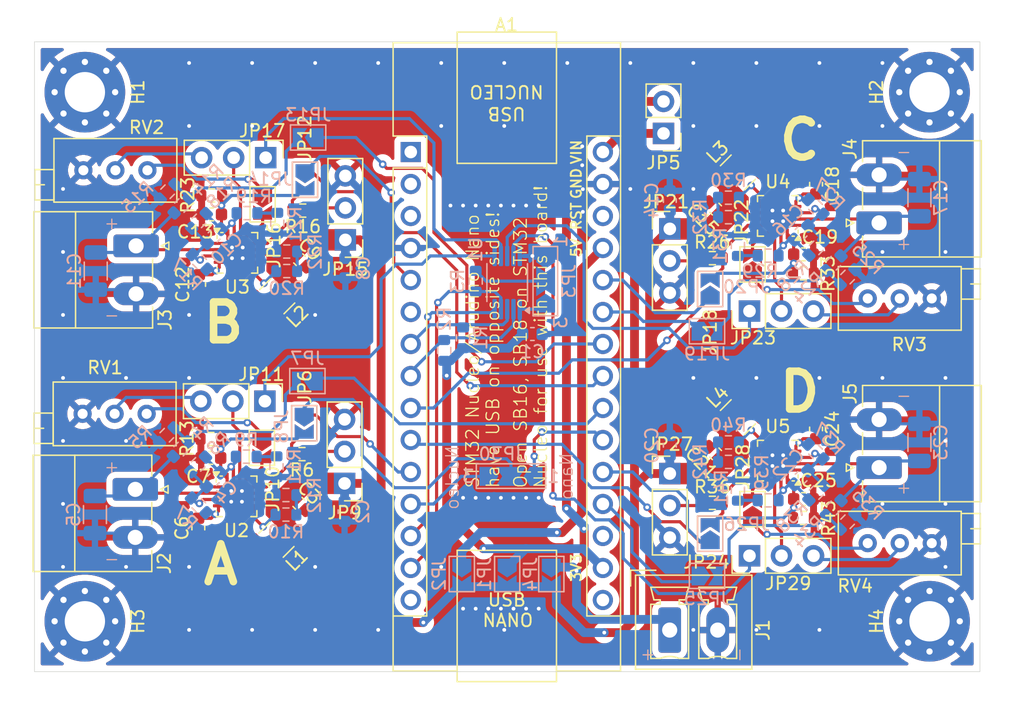
<source format=kicad_pcb>
(kicad_pcb (version 20241229) (generator "pcbnew") (generator_version "9.0")
  (layers (0 "F.Cu" signal) (2 "B.Cu" signal) (13 "F.Paste" user) (15 "B.Paste" user) (5 "F.SilkS" user "F.Silkscreen") (7 "B.SilkS" user "B.Silkscreen") (1 "F.Mask" user) (3 "B.Mask" user) (25 "Edge.Cuts" user))
  (net 0 "")
  (net 1 "/~{SHDN_B}")
  (net 2 "/~{SHDN_A}")
  (net 4 "/RDY{slash}~{BSY}")
  (net 6 "/CMON_A")
  (net 7 "GND")
  (net 8 "+3V3")
  (net 9 "/VMON_C")
  (net 10 "+5V")
  (net 11 "Net-(A1-VIN)")
  (net 12 "/CMON_B")
  (net 13 "/~{LDAC}")
  (net 14 "/SCL")
  (net 16 "/SDA")
  (net 17 "/CMON_D")
  (net 18 "/CMON_C")
  (net 19 "/VMON_D")
  (net 20 "/~{SHDN_D}")
  (net 21 "/VMON_B")
  (net 22 "/~{SHDN_C}")
  (net 23 "/VMON_A")
  (net 24 "VCC_HVPS")
  (net 25 "Net-(U2-FB)")
  (net 26 "Net-(U2-MONIN)")
  (net 27 "/LT351_channel_A/VBIAS")
  (net 28 "Net-(U2-VOUT)")
  (net 29 "VCC_EXT")
  (net 30 "Net-(JP9-C)")
  (net 31 "Net-(JP10-A)")
  (net 32 "Net-(JP10-B)")
  (net 33 "Net-(JP11-C)")
  (net 34 "Net-(U3-FB)")
  (net 35 "Net-(JP11-B)")
  (net 36 "Net-(R11-Pad1)")
  (net 37 "Net-(U2-RT)")
  (net 38 "Net-(R10-Pad1)")
  (net 39 "Net-(U3-MONIN)")
  (net 40 "/LT351_channel_B/VBIAS")
  (net 41 "Net-(U3-VOUT)")
  (net 43 "/LT351_channel_A/_~{SHDN}")
  (net 44 "/LT351_channel_A/_CMON")
  (net 45 "/LT351_channel_A/_VMON")
  (net 46 "Net-(JP3-C)")
  (net 47 "/LT351_channel_B/_CMON")
  (net 48 "Net-(U4-MONIN)")
  (net 49 "Net-(U4-FB)")
  (net 50 "Net-(U4-VOUT)")
  (net 51 "Net-(U5-FB)")
  (net 52 "Net-(U5-MONIN)")
  (net 53 "Net-(U5-VOUT)")
  (net 54 "/VOUT_A")
  (net 55 "/LT351_channel_B/_~{SHDN}")
  (net 56 "/LT351_channel_B/_VMON")
  (net 57 "Net-(JP15-C)")
  (net 58 "Net-(JP16-A)")
  (net 59 "Net-(JP16-B)")
  (net 60 "/VOUT_B")
  (net 61 "Net-(JP17-B)")
  (net 62 "Net-(JP17-C)")
  (net 63 "Net-(JP21-C)")
  (net 64 "Net-(JP22-A)")
  (net 65 "Net-(JP22-B)")
  (net 66 "Net-(JP23-C)")
  (net 67 "/VOUT_C")
  (net 68 "Net-(JP23-B)")
  (net 69 "Net-(JP27-C)")
  (net 70 "Net-(JP28-B)")
  (net 71 "Net-(JP28-A)")
  (net 72 "Net-(JP29-C)")
  (net 73 "/VOUT_D")
  (net 74 "Net-(JP29-B)")
  (net 75 "Net-(R19-Pad2)")
  (net 76 "Net-(R20-Pad1)")
  (net 77 "Net-(U3-RT)")
  (net 78 "Net-(R29-Pad2)")
  (net 79 "Net-(R30-Pad1)")
  (net 80 "Net-(U4-RT)")
  (net 81 "Net-(R39-Pad2)")
  (net 82 "Net-(U5-RT)")
  (net 83 "Net-(R40-Pad1)")
  (net 87 "/LT351_channel_C/VBIAS")
  (net 88 "/LT351_channel_C/_CMON")
  (net 89 "/LT351_channel_D/VBIAS")
  (net 90 "/LT351_channel_D/_CMON")
  (net 91 "/LT351_channel_C/_~{SHDN}")
  (net 92 "/LT351_channel_C/_VMON")
  (net 93 "/LT351_channel_D/_~{SHDN}")
  (net 94 "/LT351_channel_D/_VMON")
  (net 95 "/LT351_channel_A/SW")
  (net 96 "/LT351_channel_B/SW")
  (net 97 "/LT351_channel_C/SW")
  (net 98 "/LT351_channel_D/SW")
  (net 103 "Net-(A1-D9_PA8)")
  (net 104 "Net-(A1-A2_PA3)")
  (footprint "CLAWSv4:NUCLEO_NANO_Hybrid" (layer "F.Cu") (at 111.15 68.95)
    (property "Reference" "A1")
    (property "Value" "NUCLEO-F042K6")
  )
  (footprint "Inductor_SMD:L_1210_3225Metric" (layer "F.Cu") (at 137.100002 89.999999 45)
    (property "Reference" "L4")
    (property "Value" "5uH")
  )
  (footprint "MountingHole:MountingHole_3.2mm_M3_Pad_Via" (layer "F.Cu") (at 85.3 106.2 -90)
    (property "Reference" "H3")
    (property "Value" "MountingHole_Pad")
  )
  (footprint "Connector_Phoenix_MC:PhoenixContact_MC_1,5_2-G-3.81_1x02_P3.81mm_Horizontal" (layer "F.Cu") (at 89.299735 95.730735 -90)
    (property "Reference" "J2")
    (property "Value" "Conn_01x02_Pin")
  )
  (footprint "Connector_Phoenix_MC:PhoenixContact_MC_1,5_2-G-3.81_1x02_P3.81mm_Horizontal" (layer "F.Cu") (at 148.300001 74.574999 90)
    (property "Reference" "J4")
    (property "Value" "Conn_01x02_Pin")
  )
  (footprint "Capacitor_SMD:C_0603_1608Metric" (layer "F.Cu") (at 94.361 79.469266 -90)
    (property "Reference" "C12")
    (property "Value" "10nF")
  )
  (footprint "Resistor_SMD:R_0603_1608Metric" (layer "F.Cu") (at 135.075002 96.799999 180)
    (property "Reference" "R36")
    (property "Value" "5.1k")
  )
  (footprint "Capacitor_SMD:C_0603_1608Metric" (layer "F.Cu") (at 143.300001 90.930734 90)
    (property "Reference" "C24")
    (property "Value" "10nF")
  )
  (footprint "Inductor_SMD:L_1210_3225Metric" (layer "F.Cu") (at 100.561 80.400001 -135)
    (property "Reference" "L2")
    (property "Value" "5uH")
  )
  (footprint "Connector_PinHeader_2.54mm:PinHeader_1x03_P2.54mm_Vertical" (layer "F.Cu") (at 138.020001 100.999999 90)
    (property "Reference" "JP29")
    (property "Value" "Jumper_3_Bridged12")
  )
  (footprint "Capacitor_SMD:C_0603_1608Metric" (layer "F.Cu") (at 95.361 73.900001)
    (property "Reference" "C13")
    (property "Value" "10nF")
  )
  (footprint "Connector_Phoenix_MC:PhoenixContact_MC_1,5_2-G-3.81_1x02_P3.81mm_Horizontal" (layer "F.Cu") (at 89.361 76.400001 -90)
    (property "Reference" "J3")
    (property "Value" "Conn_01x02_Pin")
  )
  (footprint "Resistor_SMD:R_0603_1608Metric" (layer "F.Cu") (at 95.299735 91.730735)
    (property "Reference" "R13")
    (property "Value" "10k")
  )
  (footprint "Jumper:SolderJumper-2_P1.3mm_Open_TrianglePad1.0x1.5mm" (layer "F.Cu") (at 99.339 92.430735 -90)
    (property "Reference" "JP10")
    (property "Value" "SolderJumper_2_Open")
  )
  (footprint "Jumper:SolderJumper-2_P1.3mm_Open_TrianglePad1.0x1.5mm" (layer "F.Cu") (at 99.400265 73.100001 -90)
    (property "Reference" "JP16")
    (property "Value" "SolderJumper_2_Open")
  )
  (footprint "Inductor_SMD:L_1210_3225Metric" (layer "F.Cu") (at 137.100002 70.574998 45)
    (property "Reference" "L3")
    (property "Value" "5uH")
  )
  (footprint "Resistor_SMD:R_0603_1608Metric" (layer "F.Cu") (at 135.075002 77.374998 180)
    (property "Reference" "R26")
    (property "Value" "5.1k")
  )
  (footprint "MountingHole:MountingHole_3.2mm_M3_Pad_Via" (layer "F.Cu") (at 85.3 64.2 -90)
    (property "Reference" "H1")
    (property "Value" "MountingHole_Pad")
  )
  (footprint "Jumper:SolderJumper-2_P1.3mm_Open_TrianglePad1.0x1.5mm" (layer "F.Cu") (at 102.699735 90.480735 -90)
    (property "Reference" "JP6")
    (property "Value" "SolderJumper_2_Open")
  )
  (footprint "MountingHole:MountingHole_3.2mm_M3_Pad_Via" (layer "F.Cu") (at 152.3 106.2 90)
    (property "Reference" "H4")
    (property "Value" "MountingHole_Pad")
  )
  (footprint "Capacitor_SMD:C_0603_1608Metric" (layer "F.Cu") (at 143.300001 71.505733 90)
    (property "Reference" "C18")
    (property "Value" "10nF")
  )
  (footprint "Connector_PinHeader_2.54mm:PinHeader_1x02_P2.54mm_Vertical" (layer "F.Cu") (at 131.2 67.475 180)
    (property "Reference" "JP5")
    (property "Value" "Jumper_2_Open")
  )
  (footprint "Connector_PinHeader_2.54mm:PinHeader_1x03_P2.54mm_Vertical" (layer "F.Cu") (at 131.700002 94.474999)
    (property "Reference" "JP27")
    (property "Value" "Jumper_3_Bridged12")
  )
  (footprint "Capacitor_SMD:C_0603_1608Metric" (layer "F.Cu") (at 102.264735 96.825735 135)
    (property "Reference" "C3")
    (property "Value" "2.2uF")
  )
  (footprint "Resistor_SMD:R_0603_1608Metric" (layer "F.Cu") (at 142.300001 78.574999 180)
    (property "Reference" "R33")
    (property "Value" "10k")
  )
  (footprint "Connector_PinHeader_2.54mm:PinHeader_1x03_P2.54mm_Vertical" (layer "F.Cu") (at 131.700002 75.049998)
    (property "Reference" "JP21")
    (property "Value" "Jumper_3_Bridged12")
  )
  (footprint "Jumper:SolderJumper-2_P1.3mm_Open_TrianglePad1.0x1.5mm" (layer "F.Cu") (at 134.9 79.824998 90)
    (property "Reference" "JP18")
    (property "Value" "SolderJumper_2_Open")
  )
  (footprint "Jumper:SolderJumper-2_P1.3mm_Open_TrianglePad1.0x1.5mm" (layer "F.Cu") (at 134.9 99.249999 90)
    (property "Reference" "JP24")
    (property "Value" "SolderJumper_2_Open")
  )
  (footprint "Connector_PinHeader_2.54mm:PinHeader_1x03_P2.54mm_Vertical" (layer "F.Cu") (at 99.579735 88.730735 -90)
    (property "Reference" "JP11")
    (property "Value" "Jumper_3_Bridged12")
  )
  (footprint "Potentiometer_THT:Potentiometer_Bourns_3296X_Horizontal" (layer "F.Cu") (at 147.400001 100 180)
    (property "Reference" "RV4")
    (property "Value" "10k")
  )
  (footprint "Jumper:SolderJumper-2_P1.3mm_Open_TrianglePad1.0x1.5mm" (layer "F.Cu") (at 102.761 71.150001 -90)
    (property "Reference" "JP12")
    (property "Value" "SolderJumper_2_Open")
  )
  (footprint "Connector_Phoenix_MC:PhoenixContact_MC_1,5_2-G-3.81_1x02_P3.81mm_Horizontal" (layer "F.Cu") (at 148.300001 94 90)
    (property "Reference" "J5")
    (property "Value" "Conn_01x02_Pin")
  )
  (footprint "Connector_PinHeader_2.54mm:PinHeader_1x03_P2.54mm_Vertical" (layer "F.Cu") (at 99.641 69.400001 -90)
    (property "Reference" "JP17")
    (property "Value" "Jumper_3_Bridged12")
  )
  (footprint "Jumper:SolderJumper-2_P1.3mm_Open_TrianglePad1.0x1.5mm" (layer "F.Cu") (at 138.260736 77.874998 90)
    (property "Reference" "JP22")
    (property "Value" "SolderJumper_2_Open")
  )
  (footprint "Resistor_SMD:R_0603_1608Metric" (layer "F.Cu") (at 142.300001 98 180)
    (property "Reference" "R43")
    (property "Value" "10k")
  )
  (footprint "Potentiometer_THT:Potentiometer_Bourns_3296X_Horizontal" (layer "F.Cu") (at 90.261 70.400001)
    (property "Reference" "RV2")
    (property "Value" "10k")
  )
  (footprint "Capacitor_SMD:C_0603_1608Metric" (layer "F.Cu") (at 95.299735 93.230735)
    (property "Reference" "C7")
    (property "Value" "10nF")
  )
  (footprint "Potentiometer_THT:Potentiometer_Bourns_3296X_Horizontal" (layer "F.Cu") (at 147.400001 80.574999 180)
    (property "Reference" "RV3")
    (property "Value" "10k")
  )
  (footprint "Capacitor_SMD:C_0603_1608Metric" (layer "F.Cu") (at 142.300001 96.5 180)
    (property "Reference" "C25")
    (property "Value" "10nF")
  )
  (footprint "Potentiometer_THT:Potentiometer_Bourns_3296X_Horizontal" (layer "F.Cu") (at 90.199735 89.730735)
    (property "Reference" "RV1")
    (property "Value" "10k")
  )
  (footprint "Jumper:SolderJumper-2_P1.3mm_Open_TrianglePad1.0x1.5mm" (layer "F.Cu") (at 138.260736 97.299999 90)
    (property "Reference" "JP28")
    (property "Value" "SolderJumper_2_Open")
  )
  (footprint "Capacitor_SMD:C_0603_1608Metric" (layer "F.Cu") (at 142.300001 77.074999 180)
    (property "Reference" "C19")
    (property "Value" "10nF")
  )
  (footprint "Connector_PinHeader_2.54mm:PinHeader_1x03_P2.54mm_Vertical" (layer "F.Cu") (at 105.899735 95.255735 180)
    (property "Reference" "JP9")
    (property "Value" "Jumper_3_Bridged12")
  )
  (footprint "Capacitor_SMD:C_0603_1608Metric" (layer "F.Cu") (at 94.299735 98.8 -90)
    (property "Reference" "C6")
    (property "Value" "10nF")
  )
  (footprint "Capacitor_SMD:C_0603_1608Metric" (layer "F.Cu") (at 135.335002 92.904999 -45)
    (property "Reference" "C21")
    (property "Value" "2.2uF")
  )
  (footprint "Capacitor_SMD:C_0603_1608Metric" (layer "F.Cu") (at 135.335002 73.479998 -45)
    (property "Reference" "C15")
    (property "Value" "2.2uF")
  )
  (footprint "Package_DFN_QFN:QFN-16-1EP_3x3mm_P0.5mm_EP1.45x1.45mm_ThermalVias" (layer "F.Cu") (at 140.266638 93.445862 180)
    (property "Reference" "U5")
    (property "Value" "LT357")
  )
  (footprint "Resistor_SMD:R_0603_1608Metric" (layer "F.Cu") (at 102.586 73.600001)
    (property "Reference" "R16")
    (property "Value" "5.1k")
  )
  (footprint "Package_DFN_QFN:QFN-16-1EP_3x3mm_P0.5mm_EP1.45x1.45mm_ThermalVias" (layer "F.Cu") (at 140.266638 74.020861 180)
    (property "Reference" "U4")
    (property "Value" "LT357")
  )
  (footprint "Capacitor_SMD:C_0603_1608Metric" (layer "F.Cu") (at 102.326 77.495001 135)
    (property "Reference" "C9")
    (property "Value" "2.2uF")
  )
  (footprint "Package_DFN_QFN:QFN-16-1EP_3x3mm_P0.5mm_EP1.45x1.45mm_ThermalVias" (layer "F.Cu") (at 97.394363 76.954138)
    (property "Reference" "U3")
    (property "Value" "LT357")
  )
  (footprint "MountingHole:MountingHole_3.2mm_M3_Pad_Via" (layer "F.Cu") (at 152.3 64.2 90)
    (property "Reference" "H2")
    (property "Value" "MountingHole_Pad")
  )
  (footprint "Connector_Phoenix_MC:PhoenixContact_MCV_1,5_2-G-3.81_1x02_P3.81mm_Vertical" (layer "F.Cu") (at 131.69 106.9)
    (property "Reference" "J1")
    (property "Value" "Conn_01x02_Pin")
  )
  (footprint "Package_DFN_QFN:QFN-16-1EP_3x3mm_P0.5mm_EP1.45x1.45mm_ThermalVias" (layer "F.Cu") (at 97.333098 96.284872)
    (property "Reference" "U2")
    (property "Value" "LT357")
  )
  (footprint "Connector_PinHeader_2.54mm:PinHeader_1x03_P2.54mm_Vertical" (layer "F.Cu") (at 105.961 75.925001 180)
    (property "Reference" "JP15")
    (property "Value" "Jumper_3_Bridged12")
  )
  (footprint "Inductor_SMD:L_1210_3225Metric" (layer "F.Cu") (at 100.499735 99.730735 -135)
    (property "Reference" "L1")
    (property "Value" "5uH")
  )
  (footprint "Resistor_SMD:R_0603_1608Metric" (layer "F.Cu") (at 102.524735 92.930735)
    (property "Reference" "R6")
    (property "Value" "5.1k")
  )
  (footprint "Resistor_SMD:R_0603_1608Metric" (layer "F.Cu") (at 95.361 72.400001)
    (property "Reference" "R23")
    (property "Value" "10k")
  )
  (footprint "Connector_PinHeader_2.54mm:PinHeader_1x03_P2.54mm_Vertical" (layer "F.Cu") (at 138.020001 81.574998 90)
    (property "Reference" "JP23")
    (property "Value" "Jumper_3_Bridged12")
  )
  (footprint "Capacitor_SMD:C_0603_1608Metric" (layer "B.Cu") (at 131.699737 92.230734 -90)
    (property "Reference" "C20")
    (property "Value" "10uF")
  )
  (footprint "Resistor_SMD:R_0603_1608Metric" (layer "B.Cu") (at 101.249735 96.180735)
    (property "Reference" "R12")
    (property "Value" "5.1k")
  )
  (footprint "Capacitor_SMD:C_1206_3216Metric" (layer "B.Cu") (at 151.500001 72.574999 -90)
    (property "Reference" "C17")
    (property "Value" "0.22uF")
  )
  (footprint "Resistor_SMD:R_0603_1608Metric" (layer "B.Cu") (at 137.100002 76.374998 90)
    (property "Reference" "R31")
    (property "Value" "0")
  )
  (footprint "Resistor_SMD:R_0603_1608Metric" (layer "B.Cu") (at 92.899735 92.530735 45)
    (property "Reference" "R4")
    (property "Value" "10M")
  )
  (footprint "Resistor_SMD:R_0603_1608Metric" (layer "B.Cu") (at 101.311 78.400001 180)
    (property "Reference" "R20")
    (property "Value" "5.1k")
  )
  (footprint "Resistor_SMD:R_0603_1608Metric" (layer "B.Cu") (at 139.500001 96.599999 180)
    (property "Reference" "R39")
    (property "Value" "13.5k")
  )
  (footprint "Jumper:SolderJumper-2_P1.3mm_Open_TrianglePad1.0x1.5mm" (layer "B.Cu") (at 103.011 67.800001 180)
    (property "Reference" "JP13")
    (property "Value" "SolderJumper_2_Open")
  )
  (footprint "Jumper:SolderJumper-3_P2.0mm_Open_TrianglePad1.0x1.5mm_NumberLabels" (layer "B.Cu") (at 121.85 79.2 -90)
    (property "Reference" "JP3")
    (property "Value" "SolderJumper_3_Open")
  )
  (footprint "Capacitor_SMD:C_0603_1608Metric" (layer "B.Cu") (at 95.544363 75.616638 45)
    (property "Reference" "C10")
    (property "Value" "10nF")
  )
  (footprint "Jumper:SolderJumper-2_P1.3mm_Open_TrianglePad1.0x1.5mm" (layer "B.Cu") (at 134.650001 83.174997)
    (property "Reference" "JP19")
    (property "Value" "SolderJumper_2_Open")
  )
  (footprint "Capacitor_SMD:C_0603_1608Metric" (layer "B.Cu") (at 105.961265 78.169266 90)
    (property "Reference" "C8")
    (property "Value" "10uF")
  )
  (footprint "Jumper:SolderJumper-2_P1.3mm_Open_TrianglePad1.0x1.5mm" (layer "B.Cu") (at 115.2 102.45 -90)
    (property "Reference" "JP2")
    (property "Value" "SolderJumper_2_Open")
  )
  (footprint "Jumper:SolderJumper-3_P2.0mm_Open_TrianglePad1.0x1.5mm_NumberLabels" (layer "B.Cu") (at 119.1 94.7 180)
    (property "Reference" "JP30")
    (property "Value" "SolderJumper_3_Open")
  )
  (footprint "Resistor_SMD:R_0603_1608Metric" (layer "B.Cu") (at 98.161 73.800001)
    (property "Reference" "R19")
    (property "Value" "13.5k")
  )
  (footprint "Resistor_SMD:R_0603_1608Metric" (layer "B.Cu") (at 92.961 73.200001 45)
    (property "Reference" "R14")
    (property "Value" "10M")
  )
  (footprint "Resistor_SMD:R_0603_1608Metric" (layer "B.Cu") (at 145.800001 78.874999 45)
    (property "Reference" "R25")
    (property "Value" "360k")
  )
  (footprint "Resistor_SMD:R_0603_1608Metric" (layer "B.Cu") (at 136.350002 72.574998)
    (property "Reference" "R30")
    (property "Value" "5.1k")
  )
  (footprint "Resistor_SMD:R_0603_1608Metric" (layer "B.Cu") (at 145.800001 98.3 45)
    (property "Reference" "R35")
    (property "Value" "360k")
  )
  (footprint "Capacitor_SMD:C_0603_1608Metric" (layer "B.Cu") (at 131.699737 72.805733 -90)
    (property "Reference" "C14")
    (property "Value" "10uF")
  )
  (footprint "Resistor_SMD:R_0603_1608Metric" (layer "B.Cu") (at 143.260736 92.730735 -45)
    (property "Reference" "R37")
    (property "Value" "50")
  )
  (footprint "Resistor_SMD:R_0603_1608Metric" (layer "B.Cu") (at 94.339 97 135)
    (property "Reference" "R7")
    (property "Value" "50")
  )
  (footprint "Resistor_SMD:R_0603_1608Metric" (layer "B.Cu") (at 144.700001 77.774999 -135)
    (property "Reference" "R24")
    (property "Value" "10M")
  )
  (footprint "Capacitor_SMD:C_1206_3216Metric" (layer "B.Cu") (at 86.161 78.400001 90)
    (property "Reference" "C11")
    (property "Value" "0.22uF")
  )
  (footprint "Jumper:SolderJumper-2_P1.3mm_Open_TrianglePad1.0x1.5mm" (layer "B.Cu") (at 134.650001 102.599998)
    (property "Reference" "JP25")
    (property "Value" "SolderJumper_2_Open")
  )
  (footprint "Jumper:SolderJumper-2_P1.3mm_Open_TrianglePad1.0x1.5mm" (layer "B.Cu") (at 134.900001 99.249999 90)
    (property "Reference" "JP26")
    (property "Value" "SolderJumper_2_Open")
  )
  (footprint "Resistor_SMD:R_0603_1608Metric" (layer "B.Cu") (at 94.283098 93.747372 45)
    (property "Reference" "R8")
    (property "Value" "1M")
  )
  (footprint "Resistor_SMD:R_0603_1608Metric" (layer "B.Cu") (at 91.799735 91.430735 -135)
    (property "Reference" "R5")
    (property "Value" "360k")
  )
  (footprint "Jumper:SolderJumper-2_P1.3mm_Open_TrianglePad1.0x1.5mm" (layer "B.Cu") (at 102.699735 90.480735 -90)
    (property "Reference" "JP8")
    (property "Value" "SolderJumper_2_Open")
  )
  (footprint "Capacitor_SMD:C_1206_3216Metric" (layer "B.Cu") (at 86.099735 97.730735 90)
    (property "Reference" "C5")
    (property "Value" "0.22uF")
  )
  (footprint "Capacitor_SMD:C_1206_3216Metric" (layer "B.Cu") (at 151.500001 92 -90)
    (property "Reference" "C23")
    (property "Value" "0.22uF")
  )
  (footprint "Resistor_SMD:R_0603_1608Metric" (layer "B.Cu") (at 101.311 76.850001)
    (property "Reference" "R22")
    (property "Value" "5.1k")
  )
  (footprint "Resistor_SMD:R_0603_1608Metric" (layer "B.Cu") (at 100.499735 93.930735 -90)
    (property "Reference" "R11")
    (property "Value" "0")
  )
  (footprint "Jumper:SolderJumper-2_P1.3mm_Open_TrianglePad1.0x1.5mm" (layer "B.Cu") (at 102.761 71.150001 -90)
    (property "Reference" "JP14")
    (property "Value" "SolderJumper_2_Open")
  )
  (footprint "Resistor_SMD:R_0603_1608Metric" (layer "B.Cu") (at 143.260736 73.305734 -45)
    (property "Reference" "R27")
    (property "Value" "50")
  )
  (footprint "Resistor_SMD:R_0603_1608Metric" (layer "B.Cu") (at 91.861 72.100001 -135)
    (property "Reference" "R15")
    (property "Value" "360k")
  )
  (footprint "Resistor_SMD:R_0603_1608Metric" (layer "B.Cu") (at 139.500001 77.174998 180)
    (property "Reference" "R29")
    (property "Value" "13.5k")
  )
  (footprint "Resistor_SMD:R_0603_1608Metric" (layer "B.Cu") (at 144.700001 97.2 -135)
    (property "Reference" "R34")
    (property "Value" "10M")
  )
  (footprint "Resistor_SMD:R_0603_1608Metric" (layer "B.Cu") (at 94.400265 77.669266 135)
    (property "Reference" "R17")
    (property "Value" "50")
  )
  (footprint "Package_SO:MSOP-10_3x3mm_P0.5mm" (layer "B.Cu") (at 118.8 79.3125 90)
    (property "Reference" "U1")
    (property "Value" "MCP4728")
  )
  (footprint "Resistor_SMD:R_0603_1608Metric" (layer "B.Cu") (at 136.350002 93.549999 180)
    (property "Reference" "R42")
    (property "Value" "5.1k")
  )
  (footprint "Resistor_SMD:R_0603_1608Metric" (layer "B.Cu") (at 116.3 79.2 -90)
    (property "Reference" "R3")
    (property "Value" "5.1k")
  )
  (footprint "Jumper:SolderJumper-2_P1.3mm_Open_TrianglePad1.0x1.5mm" (layer "B.Cu") (at 118.8 102.45 -90)
    (property "Reference" "JP1")
    (property "Value" "SolderJumper_2_Open")
  )
  (footprint "Capacitor_SMD:C_0603_1608Metric" (layer "B.Cu") (at 120.8 83.4 180)
    (property "Reference" "C1")
    (property "Value" "10uF")
  )
  (footprint "Capacitor_SMD:C_0603_1608Metric" (layer "B.Cu") (at 142.116638 94.783363 -135)
    (property "Reference" "C22")
    (property "Value" "10nF")
  )
  (footprint "Capacitor_SMD:C_0603_1608Metric" (layer "B.Cu") (at 142.116638 75.358362 -135)
    (property "Reference" "C16")
    (property "Value" "10nF")
  )
  (footprint "Resistor_SMD:R_0603_1608Metric" (layer "B.Cu") (at 137.100002 95.799999 90)
    (property "Reference" "R41")
    (property "Value" "0")
  )
  (footprint "Resistor_SMD:R_0603_1608Metric" (layer "B.Cu") (at 115.3 83.7 -90)
    (property "Reference" "R1")
    (property "Value" "5.1k")
  )
  (footprint "Resistor_SMD:R_0603_1608Metric" (layer "B.Cu") (at 98.099735 93.130735)
    (property "Reference" "R9")
    (property "Value" "13.5k")
  )
  (footprint "Resistor_SMD:R_0603_1608Metric" (layer "B.Cu") (at 143.316638 76.558362 -135)
    (property "Reference" "R28")
    (property "Value" "1M")
  )
  (footprint "Capacitor_SMD:C_0603_1608Metric" (layer "B.Cu") (at 105.9 97.5 90)
    (property "Reference" "C2")
    (property "Value" "10uF")
  )
  (footprint "Resistor_SMD:R_0603_1608Metric" (layer "B.Cu") (at 101.249735 97.730735 180)
    (property "Reference" "R10")
    (property "Value" "5.1k")
  )
  (footprint "Resistor_SMD:R_0603_1608Metric" (layer "B.Cu") (at 136.350002 91.999999)
    (property "Reference" "R40")
    (property "Value" "5.1k")
  )
  (footprint "Resistor_SMD:R_0603_1608Metric" (layer "B.Cu") (at 94.344363 74.416638 45)
    (property "Reference" "R18")
    (property "Value" "1M")
  )
  (footprint "Jumper:SolderJumper-2_P1.3mm_Open_TrianglePad1.0x1.5mm" (layer "B.Cu") (at 134.900001 79.824998 90)
    (property "Reference" "JP20")
    (property "Value" "SolderJumper_2_Open")
  )
  (footprint "Jumper:SolderJumper-2_P1.3mm_Open_TrianglePad1.0x1.5mm" (layer "B.Cu") (at 122.3 102.45 -90)
    (property "Reference" "JP4")
    (property "Value" "SolderJumper_2_Open")
  )
  (footprint "Resistor_SMD:R_0603_1608Metric" (layer "B.Cu") (at 113.8 84.7 -90)
    (property "Reference" "R2")
    (property "Value" "5.1k")
  )
  (footprint "Jumper:SolderJumper-2_P1.3mm_Open_TrianglePad1.0x1.5mm" (layer "B.Cu") (at 102.949735 87.130735 180)
    (property "Reference" "JP7")
    (property "Value" "SolderJumper_2_Open")
  )
  (footprint "Resistor_SMD:R_0603_1608Metric" (layer "B.Cu") (at 100.561 74.600001 -90)
    (property "Reference" "R21")
    (property "Value" "0")
  )
  (footprint "Capacitor_SMD:C_0603_1608Metric" (layer "B.Cu") (at 95.483098 94.947372 45)
    (property "Reference" "C4")
    (property "Value" "10nF")
  )
  (footprint "Resistor_SMD:R_0603_1608Metric" (layer "B.Cu") (at 143.316638 95.983363 -135)
    (property "Reference" "R38")
    (property "Value" "1M")
  )
  (footprint "Resistor_SMD:R_0603_1608Metric" (layer "B.Cu") (at 136.350002 74.124998 180)
    (property "Reference" "R32")
    (property "Value" "5.1k")
  )
  (gr_rect (start 81.3 60.2) (end 156.3 110.2) (stroke (width 0.05)) (fill no) (layer "Edge.Cuts"))
  (gr_text "Open SB16, SB18 on STM32\nNucleo for use with this board!" (at 122.05 95.7 90) (layer "F.SilkS") (effects (font (size 1 1) (thickness 0.1)) (justify left bottom)))
  (gr_text "B" (at 94.4 84.25 0) (layer "F.SilkS") (effects (font (size 3 3) (thickness 0.6) (bold yes)) (justify left bottom)))
  (gr_text "A" (at 94.4 103.45 0) (layer "F.SilkS") (effects (font (size 3 3) (thickness 0.6) (bold yes)) (justify left bottom)))
  (gr_text "STM32 Nucleo/Arudino Nano\nhave USB on opposite sides!" (at 118.25 95.7 90) (layer "F.SilkS") (effects (font (size 1 1) (thickness 0.1)) (justify left bottom)))
  (gr_text "C" (at 140.1 69.75 0) (layer "F.SilkS") (effects (font (size 3 3) (thickness 0.6) (bold yes)) (justify left bottom)))
  (gr_text "D" (at 140.1 89.75 0) (layer "F.SilkS") (effects (font (size 3 3) (thickness 0.6) (bold yes)) (justify left bottom)))
  (gr_text "+" (at 150.95 96.15 0) (layer "B.SilkS") (effects (font (size 1 1) (thickness 0.1)) (justify left bottom mirror)))
  (gr_text "Nucleo" (at 114.45 94.8 90) (layer "B.SilkS") (effects (font (size 1 1) (thickness 0.1)) (justify mirror)))
  (gr_text "-" (at 86.75 100.8 180) (layer "B.SilkS") (effects (font (size 1 1) (thickness 0.1)) (justify left bottom mirror)))
  (gr_text "-" (at 136.75 109.55 -90) (layer "B.SilkS") (effects (font (size 1 1) (thickness 0.1)) (justify left bottom mirror)))
  (gr_text "-" (at 150.95 88.85 0) (layer "B.SilkS") (effects (font (size 1 1) (thickness 0.1)) (justify left bottom mirror)))
  (gr_text "+" (at 86.75 93.5 180) (layer "B.SilkS") (effects (font (size 1 1) (thickness 0.1)) (justify left bottom mirror)))
  (gr_text "-" (at 150.95 69.5 0) (layer "B.SilkS") (effects (font (size 1 1) (thickness 0.1)) (justify left bottom mirror)))
  (gr_text "+" (at 129.45 109.55 -90) (layer "B.SilkS") (effects (font (size 1 1) (thickness 0.1)) (justify left bottom mirror)))
  (gr_text "-" (at 86.75 81.45 180) (layer "B.SilkS") (effects (font (size 1 1) (thickness 0.1)) (justify left bottom mirror)))
  (gr_text "Nano" (at 123.5 94.7 90) (layer "B.SilkS") (effects (font (size 1 1) (thickness 0.1)) (justify mirror)))
  (gr_text "+" (at 86.75 74.15 180) (layer "B.SilkS") (effects (font (size 1 1) (thickness 0.1)) (justify left bottom mirror)))
  (gr_text "+" (at 150.95 76.8 0) (layer "B.SilkS") (effects (font (size 1 1) (thickness 0.1)) (justify left bottom mirror)))
  (segment (start 108.75 74.85) (end 109.8 75.9) (width 0.25) (layer "F.Cu") (net 1))
  (segment (start 103.300001 70.500001) (end 104.9 72.1) (width 0.25) (layer "F.Cu") (net 1))
  (segment (start 111.15 79.11) (end 109.8 77.76) (width 0.25) (layer "F.Cu") (net 1))
  (segment (start 104.9 72.1) (end 107.1 72.1) (width 0.25) (layer "F.Cu") (net 1))
  (segment (start 109.8 77.76) (end 109.8 75.9) (width 0.25) (layer "F.Cu") (net 1))
  (segment (start 107.1 72.1) (end 108.75 73.75) (width 0.25) (layer "F.Cu") (net 1))
  (segment (start 110.76 79.11) (end 111.15 79.11) (width 0.25) (layer "F.Cu") (net 1))
  (segment (start 102.761 70.500001) (end 103.300001 70.500001) (width 0.25) (layer "F.Cu") (net 1))
  (segment (start 108.75 73.75) (end 108.75 74.85) (width 0.25) (layer "F.Cu") (net 1))
  (segment (start 105.340735 91.540735) (end 103.630735 89.830735) (width 0.25) (layer "F.Cu") (net 2))
  (segment (start 107.925 92.125) (end 107.340735 91.540735) (width 0.25) (layer "F.Cu") (net 2))
  (segment (start 103.630735 89.830735) (end 102.699735 89.830735) (width 0.25) (layer "F.Cu") (net 2))
  (segment (start 107.340735 91.540735) (end 105.340735 91.540735) (width 0.25) (layer "F.Cu") (net 2))
  (via (at 107.925 92.125) (size 0.6) (drill 0.3) (layers "F.Cu" "B.Cu") (net 2))
  (segment (start 107.925 92.125) (end 110.15 94.35) (width 0.25) (layer "B.Cu") (net 2))
  (segment (start 110.15 94.35) (end 111.15 94.35) (width 0.25) (layer "B.Cu") (net 2))
  (segment (start 112.5 96.58) (end 112.5 98.08) (width 0.25) (layer "F.Cu") (net 4))
  (segment (start 112.5 98.08) (end 111.15 99.43) (width 0.25) (layer "F.Cu") (net 4))
  (segment (start 112.5 82.035) (end 112.5 96.58) (width 0.25) (layer "F.Cu") (net 4))
  (via (at 112.5 82.035) (size 0.6) (drill 0.3) (layers "F.Cu" "B.Cu") (net 4))
  (segment (start 112.835 81.7) (end 117.525 81.7) (width 0.25) (layer "B.Cu") (net 4))
  (segment (start 117.525 81.7) (end 117.8 81.425) (width 0.25) (layer "B.Cu") (net 4))
  (segment (start 112.5 82.035) (end 112.835 81.7) (width 0.25) (layer "B.Cu") (net 4))
  (segment (start 103.339 88.6) (end 106.55 88.6) (width 0.25) (layer "B.Cu") (net 6))
  (segment (start 109.86 95.6) (end 112.55 95.6) (width 0.25) (layer "B.Cu") (net 6))
  (segment (start 102.699735 89.239265) (end 103.339 88.6) (width 0.25) (layer "B.Cu") (net 6))
  (segment (start 107.3 89.35) (end 107.3 93.04) (width 0.25) (layer "B.Cu") (net 6))
  (segment (start 114.85 93.3) (end 118.75 93.3) (width 0.25) (layer "B.Cu") (net 6))
  (segment (start 102.699735 89.830735) (end 102.699735 89.239265) (width 0.25) (layer "B.Cu") (net 6))
  (segment (start 119.1 93.65) (end 119.1 94.7) (width 0.25) (layer "B.Cu") (net 6))
  (segment (start 112.55 95.6) (end 114.85 93.3) (width 0.25) (layer "B.Cu") (net 6))
  (segment (start 106.55 88.6) (end 107.3 89.35) (width 0.25) (layer "B.Cu") (net 6))
  (segment (start 118.75 93.3) (end 119.1 93.65) (width 0.25) (layer "B.Cu") (net 6))
  (segment (start 107.3 93.04) (end 109.86 95.6) (width 0.25) (layer "B.Cu") (net 6))
  (segment (start 98.770598 96.534872) (end 97.933098 96.534872) (width 0.25) (layer "F.Cu") (net 7))
  (segment (start 97.644363 78.391638) (end 97.644363 77.554138) (width 0.25) (layer "F.Cu") (net 7))
  (segment (start 139.516638 72.583361) (end 140.016638 72.583361) (width 0.25) (layer "F.Cu") (net 7))
  (segment (start 139.516638 92.008362) (end 140.016638 92.008362) (width 0.25) (layer "F.Cu") (net 7))
  (segment (start 138.829138 73.770861) (end 139.666638 73.770861) (width 0.25) (layer "F.Cu") (net 7))
  (segment (start 140.016638 92.008362) (end 140.016638 92.845862) (width 0.25) (layer "F.Cu") (net 7))
  (segment (start 97.583098 96.884872) (end 97.758098 96.709872) (width 0.25) (layer "F.Cu") (net 7))
  (segment (start 139.666638 93.195862) (end 139.841638 93.020862) (width 0.25) (layer "F.Cu") (net 7))
  (segment (start 97.933098 96.534872) (end 97.758098 96.709872) (width 0.25) (layer "F.Cu") (net 7))
  (segment (start 98.083098 97.722372) (end 97.583098 97.722372) (width 0.25) (layer "F.Cu") (net 7))
  (segment (start 97.994363 77.204138) (end 97.819363 77.379138) (width 0.25) (layer "F.Cu") (net 7))
  (segment (start 139.666638 73.770861) (end 139.841638 73.595861) (width 0.25) (layer "F.Cu") (net 7))
  (segment (start 140.016638 72.583361) (end 140.016638 73.420861) (width 0.25) (layer "F.Cu") (net 7))
  (segment (start 138.829138 93.195862) (end 139.666638 93.195862) (width 0.25) (layer "F.Cu") (net 7))
  (segment (start 98.831863 77.204138) (end 97.994363 77.204138) (width 0.25) (layer "F.Cu") (net 7))
  (segment (start 97.644363 77.554138) (end 97.819363 77.379138) (width 0.25) (layer "F.Cu") (net 7))
  (segment (start 140.016638 73.420861) (end 139.841638 73.595861) (width 0.25) (layer "F.Cu") (net 7))
  (segment (start 98.144363 78.391638) (end 97.644363 78.391638) (width 0.25) (layer "F.Cu") (net 7))
  (segment (start 97.583098 97.722372) (end 97.583098 96.884872) (width 0.25) (layer "F.Cu") (net 7))
  (segment (start 140.016638 92.845862) (end 139.841638 93.020862) (width 0.25) (layer "F.Cu") (net 7))
  (via (at 88.566637 101.883363) (size 0.6) (drill 0.3) (layers "F.Cu" "B.Cu") (net 7))
  (via (at 120.3 105.2) (size 0.6) (drill 0.3) (layers "F.Cu" "B.Cu") (net 7))
  (via (at 124.8 71.9) (size 0.6) (drill 0.3) (layers "F.Cu" "B.Cu") (net 7))
  (via (at 138.566637 66.883363) (size 0.6) (drill 0.3) (layers "F.Cu" "B.Cu") (net 7))
  (via (at 118.3 96.4) (size 0.6) (drill 0.3) (layers "F.Cu" "B.Cu") (net 7))
  (via (at 133.566637 61.883363) (size 0.6) (drill 0.3) (layers "F.Cu" "B.Cu") (net 7))
  (via (at 120.3 73.2) (size 0.6) (drill 0.3) (layers "F.Cu" "B.Cu") (net 7))
  (via (at 103.566637 61.883363) (size 0.6) (drill 0.3) (layers "F.Cu" "B.Cu") (net 7))
  (via (at 117.3 96.4) (size 0.6) (drill 0.3) (layers "F.Cu" "B.Cu") (net 7))
  (via (at 83.566637 81.883363) (size 0.6) (drill 0.3) (layers "F.Cu" "B.Cu") (net 7))
  (via (at 115.3 96.4) (size 0.6) (drill 0.3) (layers "F.Cu" "B.Cu") (net 7))
  (via (at 124.75 68.5) (size 0.6) (drill 0.3) (layers "F.Cu" "B.Cu") (net 7))
  (via (at 138.566637 106.883363) (size 0.6) (drill 0.3) (layers "F.Cu" "B.Cu") (net 7))
  (via (at 143.566637 66.883363) (size 0.6) (drill 0.3) (layers "F.Cu" "B.Cu") (net 7))
  (via (at 138.566637 86.883363) (size 0.6) (drill 0.3) (layers "F.Cu" "B.Cu") (net 7))
  (via (at 113.566637 66.883363) (size 0.6) (drill 0.3) (layers "F.Cu" "B.Cu") (net 7))
  (via (at 153.566637 91.883363) (size 0.6) (drill 0.3) (layers "F.Cu" "B.Cu") (net 7))
  (via (at 138.566637 61.883363) (size 0.6) (drill 0.3) (layers "F.Cu" "B.Cu") (net 7))
  (via (at 133.566637 66.883363) (size 0.6) (drill 0.3) (layers "F.Cu" "B.Cu") (net 7))
  (via (at 116.3 105.2) (size 0.6) (drill 0.3) (layers "F.Cu" "B.Cu") (net 7))
  (via (at 88.566637 91.883363) (size 0.6) (drill 0.3) (layers "F.Cu" "B.Cu") (net 7))
  (via (at 83.566637 71.883363) (size 0.6) (drill 0.3) (layers "F.Cu" "B.Cu") (net 7))
  (via (at 121.3 73.2) (size 0.6) (drill 0.3) (layers "F.Cu" "B.Cu") (net 7))
  (via (at 108.566637 61.883363) (size 0.6) (drill 0.3) (layers "F.Cu" "B.Cu") (net 7))
  (via (at 98.566637 66.883363) (size 0.6) (drill 0.3) (layers "F.Cu" "B.Cu") (net 7))
  (via (at 103.566637 101.883363) (size 0.6) (drill 0.3) (layers "F.Cu" "B.Cu") (net 7))
  (via (at 128.566637 71.883363) (size 0.6) (drill 0.3) (layers "F.Cu" "B.Cu") (net 7))
  (via (at 108.566637 106.883363) (size 0.6) (drill 0.3) (layers "F.Cu" "B.Cu") (net 7))
  (via (at 93.566637 101.883363) (size 0.6) (drill 0.3) (layers "F.Cu" "B.Cu") (net 7))
  (via (at 148.566637 96.883363) (size 0.6) (drill 0.3) (layers "F.Cu" "B.Cu") (net 7))
  (via (at 143.566637 61.883363) (size 0.6) (drill 0.3) (layers "F.Cu" "B.Cu") (net 7))
  (via (at 118.566637 66.883363) (size 0.6) (drill 0.3) (layers "F.Cu" "B.Cu") (net 7))
  (via (at 98.566637 106.883363) (size 0.6) (drill 0.3) (layers "F.Cu" "B.Cu") (net 7))
  (via (at 133.566637 71.883363) (size 0.6) (drill 0.3) (layers "F.Cu" "B.Cu") (net 7))
  (via (at 116.3 96.4) (size 0.6) (drill 0.3) (layers "F.Cu" "B.Cu") (net 7))
  (via (at 133.566637 106.883363) (size 0.6) (drill 0.3) (layers "F.Cu" "B.Cu") (net 7))
  (via (at 153.566637 96.883363) (size 0.6) (drill 0.3) (layers "F.Cu" "B.Cu") (net 7))
  (via (at 121.3 105.2) (size 0.6) (drill 0.3) (layers "F.Cu" "B.Cu") (net 7))
  (via (at 83.566637 101.883363) (size 0.6) (drill 0.3) (layers "F.Cu" "B.Cu") (net 7))
  (via (at 153.566637 71.883363) (size 0.6) (drill 0.3) (layers "F.Cu" "B.Cu") (net 7))
  (via (at 128.566637 61.883363) (size 0.6) (drill 0.3) (layers "F.Cu" "B.Cu") (net 7))
  (via (at 119.3 96.4) (size 0.6) (drill 0.3) (layers "F.Cu" "B.Cu") (net 7))
  (via (at 83.566637 96.883363) (size 0.6) (drill 0.3) (layers "F.Cu" "B.Cu") (net 7))
  (via (at 118.3 73.2) (size 0.6) (drill 0.3) (layers "F.Cu" "B.Cu") (net 7))
  (via (at 118.566637 61.883363) (size 0.6) (drill 0.3) (layers "F.Cu" "B.Cu") (net 7))
  (via (at 143.566637 106.883363) (size 0.6) (drill 0.3) (layers "F.Cu" "B.Cu") (net 7))
  (via (at 98.566637 61.883363) (size 0.6) (drill 0.3) (layers "F.Cu" "B.Cu") (net 7))
  (via (at 117.3 73.2) (size 0.6) (drill 0.3) (layers "F.Cu" "B.Cu") (net 7))
  (via (at 119.3 105.2) (size 0.6) (drill 0.3) (layers "F.Cu" "B.Cu") (net 7))
  (via (at 153.566637 86.883363) (size 0.6) (drill 0.3) (layers "F.Cu" "B.Cu") (net 7))
  (via (at 121.3 96.4) (size 0.6) (drill 0.3) (layers "F.Cu" "B.Cu") (net 7))
  (via (at 93.566637 61.883363) (size 0.6) (drill 0.3) (layers "F.Cu" "B.Cu") (net 7))
  (via (at 103.566637 81.883363) (size 0.6) (drill 0.3) (layers "F.Cu" "B.Cu") (net 7))
  (via (at 117.3 105.2) (size 0.6) (drill 0.3) (layers "F.Cu" "B.Cu") (net 7))
  (via (at 114.3 73.2) (size 0.6) (drill 0.3) (layers "F.Cu" "B.Cu") (net 7))
  (via (at 153.566637 101.883363) (size 0.6) (drill 0.3) (layers "F.Cu" "B.Cu") (net 7))
  (via (at 148.566637 61.883363) (size 0.6) (drill 0.3) (layers "F.Cu" "B.Cu") (net 7))
  (via (at 143.566637 86.883363) (size 0.6) (drill 0.3) (layers "F.Cu" "B.Cu") (net 7))
  (via (at 148.566637 76.883363) (size 0.6) (drill 0.3) (layers "F.Cu" "B.Cu") (net 7))
  (via (at 113.566637 61.883363) (size 0.6) (drill 0.3) (layers "F.Cu" "B.Cu") (net 7))
  (via (at 118.566637 106.883363) (size 0.6) (drill 0.3) (layers "F.Cu" "B.Cu") (net 7))
  (via (at 120.3 96.4) (size 0.6) (drill 0.3) (layers "F.Cu" "B.Cu") (net 7))
  (via (at 115.3 105.2) (size 0.6) (drill 0.3) (layers "F.Cu" "B.Cu") (net 7))
  (via (at 118.3 105.2) (size 0.6) (drill 0.3) (layers "F.Cu" "B.Cu") (net 7))
  (via (at 93.566637 81.883363) (size 0.6) (drill 0.3) (layers "F.Cu" "B.Cu") (net 7))
  (via (at 83.566637 86.883363) (size 0.6) (drill 0.3) (layers "F.Cu" "B.Cu") (net 7))
  (via (at 148.566637 86.883363) (size 0.6) (drill 0.3) (layers "F.Cu" "B.Cu") (net 7))
  (via (at 120.8 77.2) (size 0.6) (drill 0.3) (layers "F.Cu" "B.Cu") (net 7))
  (via (at 88.566637 86.883363) (size 0.6) (drill 0.3) (layers "F.Cu" "B.Cu") (net 7))
  (via (at 153.566637 76.883363) (size 0.6) (drill 0.3) (layers "F.Cu" "B.Cu") (net 7))
  (via (at 116.3 73.2) (size 0.6) (drill 0.3) (layers "F.Cu" "B.Cu") (net 7))
  (via (at 115.3 73.2) (size 0.6) (drill 0.3) (layers "F.Cu" "B.Cu") (net 7))
  (via (at 133.566637 86.883363) (size 0.6) (drill 0.3) (layers "F.Cu" "B.Cu") (net 7))
  (via (at 98.566637 86.883363) (size 0.6) (drill 0.3) (layers "F.Cu" "B.Cu") (net 7))
  (via (at 124.8 73.7) (size 0.6) (drill 0.3) (layers "F.Cu" "B.Cu") (net 7))
  (via (at 113.566637 101.883363) (size 0.6) (drill 0.3) (layers "F.Cu" "B.Cu") (net 7))
  (via (at 124.75 70) (size 0.6) (drill 0.3) (layers "F.Cu" "B.Cu") (net 7))
  (via (at 123.566637 61.883363) (size 0.6) (drill 0.3) (layers "F.Cu" "B.Cu") (net 7))
  (via (at 103.566637 106.883363) (size 0.6) (drill 0.3) (layers "F.Cu" "B.Cu") (net 7))
  (via (at 93.566637 86.883363) (size 0.6) (drill 0.3) (layers "F.Cu" "B.Cu") (net 7))
  (via (at 119.3 73.2) (size 0.6) (drill 0.3) (layers "F.Cu" "B.Cu") (net 7))
  (via (at 93.566637 66.883363) (size 0.6) (drill 0.3) (layers "F.Cu" "B.Cu") (net 7))
  (via (at 93.566637 106.883363) (size 0.6) (drill 0.3) (layers "F.Cu" "B.Cu") (net 7))
  (via (at 83.566637 91.883363) (size 0.6) (drill 0.3) (layers "F.Cu" "B.Cu") (net 7))
  (via (at 148.566637 66.883363) (size 0.6) (drill 0.3) (layers "F.Cu" "B.Cu") (net 7))
  (via (at 83.566637 76.883363) (size 0.6) (drill 0.3) (layers "F.Cu" "B.Cu") (net 7))
  (segment (start 97.000265 78.469266) (end 96.969363 78.438364) (width 0.25) (layer "B.Cu") (net 7))
  (segment (start 151.500001 90.524999) (end 148.635001 90.524999) (width 0.25) (layer "B.Cu") (net 7))
  (segment (start 140.691638 73.595861) (end 140.691638 72.536635) (width 0.25) (layer "B.Cu") (net 7))
  (segment (start 105.961 70.845001) (end 106.245001 70.845001) (width 0.25) (layer "B.Cu") (net 7))
  (segment (start 140.660736 91.930734) (end 140.691638 91.961636) (width 0.25) (layer "B.Cu") (net 7))
  (segment (start 106.245001 70.845001) (end 107.3 71.9) (width 0.25) (layer "B.Cu") (net 7))
  (segment (start 107.3 71.9) (end 107.3 72.2) (width 0.25) (layer "B.Cu") (net 7))
  (segment (start 121.1 77.2) (end 121.8 77.9) (width 0.25) (layer "B.Cu") (net 7))
  (segment (start 139.841638 93.020862) (end 139.841638 92.149832) (width 0.25) (layer "B.Cu") (net 7))
  (segment (start 151.500001 71.099998) (end 148.635001 71.099998) (width 0.25) (layer "B.Cu") (net 7))
  (segment (start 119.8 77.2) (end 120.8 77.2) (width 0.25) (layer "B.Cu") (net 7))
  (segment (start 148.635001 71.099998) (end 148.300001 70.764998) (width 0.25) (layer "B.Cu") (net 7))
  (segment (start 86.099735 99.205735) (end 88.964735 99.205735) (width 0.25) (layer "B.Cu") (net 7))
  (segment (start 97.819363 78.250168) (end 97.700265 78.369266) (width 0.25) (layer "B.Cu") (net 7))
  (segment (start 120.8 77.2) (end 121.1 77.2) (width 0.25) (layer "B.Cu") (net 7))
  (segment (start 97.819363 77.379138) (end 97.819363 78.250168) (width 0.25) (layer "B.Cu") (net 7))
  (segment (start 96.969363 77.379138) (end 96.969363 78.438364) (width 0.25) (layer "B.Cu") (net 7))
  (segment (start 140.691638 93.020862) (end 140.691638 91.961636) (width 0.25) (layer "B.Cu") (net 7))
  (segment (start 140.660736 72.505733) (end 140.691638 72.536635) (width 0.25) (layer "B.Cu") (net 7))
  (segment (start 96.939 97.8) (end 96.908098 97.769098) (width 0.25) (layer "B.Cu") (net 7))
  (segment (start 139.841638 92.149832) (end 139.960736 92.030734) (width 0.25) (layer "B.Cu") (net 7))
  (segment (start 97.758098 96.709872) (end 97.758098 97.580902) (width 0.25) (layer "B.Cu") (net 7))
  (segment (start 96.908098 96.709872) (end 96.908098 97.769098) (width 0.25) (layer "B.Cu") (net 7))
  (segment (start 148.635001 90.524999) (end 148.300001 90.189999) (width 0.25) (layer "B.Cu") (net 7))
  (segment (start 89.026 79.875001) (end 89.361 80.210001) (width 0.25) (layer "B.Cu") (net 7))
  (segment (start 97.758098 97.580902) (end 97.639 97.7) (width 0.25) (layer "B.Cu") (net 7))
  (segment (start 86.161 79.875001) (end 89.026 79.875001) (width 0.25) (layer "B.Cu") (net 7))
  (segment (start 139.841638 73.595861) (end 139.841638 72.724831) (width 0.25) (layer "B.Cu") (net 7))
  (segment (start 139.841638 72.724831) (end 139.960736 72.605733) (width 0.25) (layer "B.Cu") (net 7))
  (segment (start 88.964735 99.205735) (end 89.299735 99.540735) (width 0.25) (layer "B.Cu") (net 7))
  (segment (start 114 97.536396) (end 114 86.7) (width 0.7) (layer "F.Cu") (net 8))
  (segment (start 116.94 100.44) (end 116.903604 100.44) (width 0.7) (layer "F.Cu") (net 8))
  (segment (start 116.903604 100.44) (end 114 97.536396) (width 0.7) (layer "F.Cu") (net 8))
  (via (at 116.94 100.44) (size 0.6) (drill 0.3) (layers "F.Cu" "B.Cu") (net 8))
  (via (at 114 86.7) (size 0.6) (drill 0.3) (layers "F.Cu" "B.Cu") (net 8))
  (segment (start 119.8 81.425) (end 121.625 81.425) (width 0.25) (layer "B.Cu") (net 8))
  (segment (start 124.86 100.44) (end 120.3 100.44) (width 0.7) (layer "B.Cu") (net 8))
  (segment (start 121.625 81.425) (end 121.85 81.2) (width 0.25) (layer "B.Cu") (net 8))
  (segment (start 116.94 100.44) (end 120.3 100.44) (width 0.7) (layer "B.Cu") (net 8))
  (segment (start 119.8 81.425) (end 119.8 83.2) (width 0.25) (layer "B.Cu") (net 8))
  (segment (start 126.39 101.97) (end 124.86 100.44) (width 0.7) (layer "B.Cu") (net 8))
  (segment (start 114.3 85.525) (end 115.3 84.525) (width 0.7) (layer "B.Cu") (net 8))
  (segment (start 114 86.7) (end 114 85.725) (width 0.7) (layer "B.Cu") (net 8))
  (segment (start 120.3 100.44) (end 120.26 100.44) (width 0.7) (layer "B.Cu") (net 8))
  (segment (start 118.9 84.525) (end 120.025 83.4) (width 0.7) (layer "B.Cu") (net 8))
  (segment (start 114 85.725) (end 113.8 85.525) (width 0.7) (layer "B.Cu") (net 8))
  (segment (start 113.8 85.525) (end 114.3 85.525) (width 0.7) (layer "B.Cu") (net 8))
  (segment (start 115.3 84.525) (end 118.9 84.525) (width 0.7) (layer "B.Cu") (net 8))
  (segment (start 120.26 100.44) (end 118.8 101.9) (width 0.7) (layer "B.Cu") (net 8))
  (segment (start 133.225004 82.4) (end 129.6 82.4) (width 0.25) (layer "B.Cu") (net 9))
  (segment (start 126.39 81.65) (end 128.85 81.65) (width 0.25) (layer "B.Cu") (net 9))
  (segment (start 128.85 81.65) (end 129.6 82.4) (width 0.25) (layer "B.Cu") (net 9))
  (segment (start 134.000001 83.174997) (end 133.225004 82.4) (width 0.25) (layer "B.Cu") (net 9))
  (segment (start 123.145 99.155) (end 124.7 97.6) (width 0.7) (layer "F.Cu") (net 10))
  (segment (start 124.7 97.6) (end 124.7 78.26) (width 0.7) (layer "F.Cu") (net 10))
  (segment (start 124.7 78.26) (end 126.39 76.57) (width 0.7) (layer "F.Cu") (net 10))
  (segment (start 122.745 99.155) (end 123.145 99.155) (width 0.7) (layer "F.Cu") (net 10))
  (via (at 122.745 99.155) (size 0.6) (drill 0.3) (layers "F.Cu" "B.Cu") (net 10))
  (segment (start 115.2 100.64) (end 115.2 101.9) (width 0.7) (layer "B.Cu") (net 10))
  (segment (start 122.745 99.155) (end 116.685 99.155) (width 0.7) (layer "B.Cu") (net 10))
  (segment (start 116.685 99.155) (end 115.2 100.64) (width 0.7) (layer "B.Cu") (net 10))
  (segment (start 131.2 67.475) (end 127.85 67.475) (width 0.7) (layer "F.Cu") (net 11))
  (segment (start 126.39 68.95) (end 127.85 67.49) (width 0.7) (layer "F.Cu") (net 11))
  (segment (start 127.85 67.49) (end 127.85 67.475) (width 0.7) (layer "F.Cu") (net 11))
  (segment (start 109.6 74.6) (end 109.6 72.169266) (width 0.25) (layer "F.Cu") (net 12))
  (segment (start 114.8 78.35) (end 111.8 75.35) (width 0.25) (layer "F.Cu") (net 12))
  (segment (start 114.8 86.43) (end 114.8 78.35) (width 0.25) (layer "F.Cu") (net 12))
  (segment (start 115.87 87.5) (end 114.8 86.43) (width 0.25) (layer "F.Cu") (net 12))
  (segment (start 111.8 75.35) (end 110.35 75.35) (width 0.25) (layer "F.Cu") (net 12))
  (segment (start 110.35 75.35) (end 109.6 74.6) (width 0.25) (layer "F.Cu") (net 12))
  (via (at 109.6 72.169266) (size 0.6) (drill 0.3) (layers "F.Cu" "B.Cu") (net 12))
  (via (at 115.87 87.5) (size 0.6) (drill 0.3) (layers "F.Cu" "B.Cu") (net 12))
  (segment (start 102.761 70.500001) (end 103.961001 69.3) (width 0.25) (layer "B.Cu") (net 12))
  (segment (start 103.961001 69.3) (end 106.730734 69.3) (width 0.25) (layer "B.Cu") (net 12))
  (segment (start 125.62 87.5) (end 115.87 87.5) (width 0.25) (layer "B.Cu") (net 12))
  (segment (start 106.730734 69.3) (end 109.6 72.169266) (width 0.25) (layer "B.Cu") (net 12))
  (segment (start 126.39 86.73) (end 125.62 87.5) (width 0.25) (layer "B.Cu") (net 12))
  (segment (start 113.3 80.9) (end 113.2 81) (width 0.25) (layer "F.Cu") (net 13))
  (segment (start 113.2 98.42) (end 113.2 99.92) (width 0.25) (layer "F.Cu") (net 13))
  (segment (start 113.2 99.92) (end 111.15 101.97) (width 0.25) (layer "F.Cu") (net 13))
  (segment (start 113.2 81) (end 113.2 98.42) (width 0.25) (layer "F.Cu") (net 13))
  (via (at 113.3 80.9) (size 0.6) (drill 0.3) (layers "F.Cu" "B.Cu") (net 13))
  (segment (start 114.175 80.025) (end 113.3 80.9) (width 0.25) (layer "B.Cu") (net 13))
  (segment (start 116.3 80.025) (end 117.798288 80.025) (width 0.25) (layer "B.Cu") (net 13))
  (segment (start 118.3 80.526712) (end 118.3 81.425) (width 0.25) (layer "B.Cu") (net 13))
  (segment (start 116.3 80.025) (end 114.175 80.025) (width 0.25) (layer "B.Cu") (net 13))
  (segment (start 117.798288 80.025) (end 118.3 80.526712) (width 0.25) (layer "B.Cu") (net 13))
  (segment (start 113.975 83.7) (end 113.8 83.875) (width 0.25) (layer "B.Cu") (net 14))
  (segment (start 111.15 86.4) (end 113.675 83.875) (width 0.25) (layer "B.Cu") (net 14))
  (segment (start 119.3 82.7) (end 118.3 83.7) (width 0.25) (layer "B.Cu") (net 14))
  (segment (start 111.15 86.73) (end 111.15 86.4) (width 0.25) (layer "B.Cu") (net 14))
  (segment (start 118.3 83.7) (end 113.975 83.7) (width 0.25) (layer "B.Cu") (net 14))
  (segment (start 119.3 81.425) (end 119.3 82.7) (width 0.25) (layer "B.Cu") (net 14))
  (segment (start 113.675 83.875) (end 113.8 83.875) (width 0.25) (layer "B.Cu") (net 14))
  (segment (start 112.68 82.66) (end 112.7 82.66) (width 0.25) (layer "B.Cu") (net 16))
  (segment (start 118.8 82.323288) (end 118.463288 82.66) (width 0.25) (layer "B.Cu") (net 16))
  (segment (start 118.8 81.425) (end 118.8 82.323288) (width 0.25) (layer "B.Cu") (net 16))
  (segment (start 111.15 84.19) (end 112.68 82.66) (width 0.25) (layer "B.Cu") (net 16))
  (segment (start 118.463288 82.66) (end 112.7 82.66) (width 0.25) (layer "B.Cu") (net 16))
  (segment (start 134.145001 99.899999) (end 133.1 98.854998) (width 0.25) (layer "B.Cu") (net 17))
  (segment (start 133.1 96.649999) (end 132.250001 95.8) (width 0.25) (layer "B.Cu") (net 17))
  (segment (start 134.900001 99.899999) (end 134.145001 99.899999) (width 0.25) (layer "B.Cu") (net 17))
  (segment (start 132.250001 95.8) (end 130.2 95.8) (width 0.25) (layer "B.Cu") (net 17))
  (segment (start 126.39 94.35) (end 128.75 94.35) (width 0.25) (layer "B.Cu") (net 17))
  (segment (start 133.1 98.854998) (end 133.1 96.649999) (width 0.25) (layer "B.Cu") (net 17))
  (segment (start 130.2 95.8) (end 128.75 94.35) (width 0.25) (layer "B.Cu") (net 17))
  (segment (start 126.39 79.11) (end 127.95 79.11) (width 0.25) (layer "B.Cu") (net 18))
  (segment (start 127.95 79.11) (end 130.545734 81.705734) (width 0.25) (layer "B.Cu") (net 18))
  (segment (start 130.545734 81.705734) (end 133.669265 81.705734) (width 0.25) (layer "B.Cu") (net 18))
  (segment (start 133.669265 81.705734) (end 134.900001 80.474998) (width 0.25) (layer "B.Cu") (net 18))
  (segment (start 128.7 98.9) (end 128.7 100.7) (width 0.25) (layer "B.Cu") (net 19))
  (segment (start 126.39 96.89) (end 126.69 96.89) (width 0.25) (layer "B.Cu") (net 19))
  (segment (start 128.7 100.7) (end 131.059496 103.059496) (width 0.25) (layer "B.Cu") (net 19))
  (segment (start 133.540503 103.059496) (end 134.000001 102.599998) (width 0.25) (layer "B.Cu") (net 19))
  (segment (start 126.69 96.89) (end 128.7 98.9) (width 0.25) (layer "B.Cu") (net 19))
  (segment (start 131.059496 103.059496) (end 133.540503 103.059496) (width 0.25) (layer "B.Cu") (net 19))
  (segment (start 129.9 97.225) (end 130.975 98.3) (width 0.25) (layer "F.Cu") (net 20))
  (segment (start 134.099999 99.899999) (end 134.900001 99.899999) (width 0.25) (layer "F.Cu") (net 20))
  (segment (start 129.9 97.15) (end 129.9 97.225) (width 0.25) (layer "F.Cu") (net 20))
  (segment (start 130.975 98.3) (end 132.5 98.3) (width 0.25) (layer "F.Cu") (net 20))
  (segment (start 132.5 98.3) (end 134.099999 99.899999) (width 0.25) (layer "F.Cu") (net 20))
  (via (at 129.9 97.15) (size 0.6) (drill 0.3) (layers "F.Cu" "B.Cu") (net 20))
  (segment (start 124.75 94.85) (end 124.75 93.75) (width 0.25) (layer "B.Cu") (net 20))
  (segment (start 124.75 93.75) (end 123.15 92.15) (width 0.25) (layer "B.Cu") (net 20))
  (segment (start 123.15 92.15) (end 111.49 92.15) (width 0.25) (layer "B.Cu") (net 20))
  (segment (start 111.49 92.15) (end 111.15 91.81) (width 0.25) (layer "B.Cu") (net 20))
  (segment (start 129.9 97.15) (end 128.35 95.6) (width 0.25) (layer "B.Cu") (net 20))
  (segment (start 128.35 95.6) (end 125.5 95.6) (width 0.25) (layer "B.Cu") (net 20))
  (segment (start 125.5 95.6) (end 124.75 94.85) (width 0.25) (layer "B.Cu") (net 20))
  (segment (start 115.6 84.43) (end 115.6 77.95) (width 0.25) (layer "F.Cu") (net 21))
  (segment (start 112.99 75.34) (end 112.99 71.178928) (width 0.25) (layer "F.Cu") (net 21))
  (segment (start 112.061072 70.25) (end 109.25 70.25) (width 0.25) (layer "F.Cu") (net 21))
  (segment (start 116.77 85.6) (end 115.6 84.43) (width 0.25) (layer "F.Cu") (net 21))
  (segment (start 115.6 77.95) (end 112.99 75.34) (width 0.25) (layer "F.Cu") (net 21))
  (segment (start 109.25 70.25) (end 108.925 69.925) (width 0.25) (layer "F.Cu") (net 21))
  (segment (start 112.99 71.178928) (end 112.061072 70.25) (width 0.25) (layer "F.Cu") (net 21))
  (via (at 108.925 69.925) (size 0.6) (drill 0.3) (layers "F.Cu" "B.Cu") (net 21))
  (via (at 116.77 85.6) (size 0.6) (drill 0.3) (layers "F.Cu" "B.Cu") (net 21))
  (segment (start 116.77 85.6) (end 121.1 85.6) (width 0.25) (layer "B.Cu") (net 21))
  (segment (start 108.925 69.925) (end 106.800001 67.800001) (width 0.25) (layer "B.Cu") (net 21))
  (segment (start 106.800001 67.800001) (end 103.661 67.800001) (width 0.25) (layer "B.Cu") (net 21))
  (segment (start 122.51 84.19) (end 121.1 85.6) (width 0.25) (layer "B.Cu") (net 21))
  (segment (start 126.39 84.19) (end 122.51 84.19) (width 0.25) (layer "B.Cu") (net 21))
  (segment (start 131.474999 83.9) (end 134.900001 80.474998) (width 0.25) (layer "F.Cu") (net 22))
  (via (at 131.474999 83.9) (size 0.6) (drill 0.3) (layers "F.Cu" "B.Cu") (net 22))
  (segment (start 112.96 89.27) (end 111.15 89.27) (width 0.25) (layer "B.Cu") (net 22))
  (segment (start 115.72 86.51) (end 112.96 89.27) (width 0.25) (layer "B.Cu") (net 22))
  (segment (start 131.474999 83.9) (end 129.924999 85.45) (width 0.25) (layer "B.Cu") (net 22))
  (segment (start 129.924999 85.45) (end 123.95 85.45) (width 0.25) (layer "B.Cu") (net 22))
  (segment (start 122.89 86.51) (end 115.72 86.51) (width 0.25) (layer "B.Cu") (net 22))
  (segment (start 123.95 85.45) (end 122.89 86.51) (width 0.25) (layer "B.Cu") (net 22))
  (segment (start 110.273609 90.523609) (end 106.65 86.9) (width 0.25) (layer "B.Cu") (net 23))
  (segment (start 125.136391 90.523609) (end 110.273609 90.523609) (width 0.25) (layer "B.Cu") (net 23))
  (segment (start 103.83047 86.9) (end 103.599735 87.130735) (width 0.25) (layer "B.Cu") (net 23))
  (segment (start 106.65 86.9) (end 103.83047 86.9) (width 0.25) (layer "B.Cu") (net 23))
  (segment (start 126.39 89.27) (end 125.136391 90.523609) (width 0.25) (layer "B.Cu") (net 23))
  (segment (start 112.15 106.3) (end 110.35 106.3) (width 0.7) (layer "F.Cu") (net 24))
  (segment (start 128.9 106.05) (end 128.9 77.85) (width 0.7) (layer "F.Cu") (net 24))
  (segment (start 129.905001 94.474999) (end 128.9 95.48) (width 0.7) (layer "F.Cu") (net 24))
  (segment (start 131.700002 94.474999) (end 129.905001 94.474999) (width 0.7) (layer "F.Cu") (net 24))
  (segment (start 134.861017 75.049998) (end 135.883009 74.028006) (width 0.7) (layer "F.Cu") (net 24))
  (segment (start 105.899735 95.255735) (end 102.738719 95.255735) (width 0.7) (layer "F.Cu") (net 24))
  (segment (start 102.738719 95.255735) (end 101.716727 96.277727) (width 0.7) (layer "F.Cu") (net 24))
  (segment (start 134.861017 94.474999) (end 135.883009 93.453007) (width 0.7) (layer "F.Cu") (net 24))
  (segment (start 105.961 75.925001) (end 102.799984 75.925001) (width 0.7) (layer "F.Cu") (net 24))
  (segment (start 108.8 96.4) (end 108.8 77.6) (width 0.7) (layer "F.Cu") (net 24))
  (segment (start 127.85 107.1) (end 128.9 106.05) (width 0.7) (layer "F.Cu") (net 24))
  (segment (start 108.8 77.6) (end 107.125001 75.925001) (width 0.7) (layer "F.Cu") (net 24))
  (segment (start 107.655735 95.255735) (end 108.8 96.4) (width 0.7) (layer "F.Cu") (net 24))
  (segment (start 128.9 77.85) (end 131.700002 75.049998) (width 0.7) (layer "F.Cu") (net 24))
  (segment (start 105.899735 95.255735) (end 107.655735 95.255735) (width 0.7) (layer "F.Cu") (net 24))
  (segment (start 110.35 106.3) (end 108.8 104.75) (width 0.7) (layer "F.Cu") (net 24))
  (segment (start 126.5 107.1) (end 127.85 107.1) (width 0.7) (layer "F.Cu") (net 24))
  (segment (start 107.125001 75.925001) (end 105.961 75.925001) (width 0.7) (layer "F.Cu") (net 24))
  (segment (start 131.700001 75.049998) (end 134.861017 75.049998) (width 0.7) (layer "F.Cu") (net 24))
  (segment (start 131.700001 94.474999) (end 134.861017 94.474999) (width 0.7) (layer "F.Cu") (net 24))
  (segment (start 102.799984 75.925001) (end 101.777992 76.946993) (width 0.7) (layer "F.Cu") (net 24))
  (segment (start 108.8 104.75) (end 108.8 96.4) (width 0.7) (layer "F.Cu") (net 24))
  (via (at 112.15 106.3) (size 0.6) (drill 0.3) (layers "F.Cu" "B.Cu") (net 24))
  (via (at 126.5 107.1) (size 0.6) (drill 0.3) (layers "F.Cu" "B.Cu") (net 24))
  (segment (start 122.7 104.9) (end 124.9 107.1) (width 0.7) (layer "B.Cu") (net 24))
  (segment (start 105.899735 96.724735) (end 105.9 96.725) (width 0.7) (layer "B.Cu") (net 24))
  (segment (start 124.9 107.1) (end 126.5 107.1) (width 0.7) (layer "B.Cu") (net 24))
  (segment (start 131.700001 75.049998) (end 131.700001 73.580998) (width 0.7) (layer "B.Cu") (net 24))
  (segment (start 131.700001 73.580998) (end 131.699736 73.580733) (width 0.7) (layer "B.Cu") (net 24))
  (segment (start 122.7 103.45) (end 122.7 104.9) (width 0.7) (layer "B.Cu") (net 24))
  (segment (start 112.15 106.3) (end 112.15 106.25) (width 0.7) (layer "B.Cu") (net 24))
  (segment (start 131.700001 94.474999) (end 131.700001 93.005999) (width 0.7) (layer "B.Cu") (net 24))
  (segment (start 112.15 106.25) (end 114.95 103.45) (width 0.7) (layer "B.Cu") (net 24))
  (segment (start 131.700001 93.005999) (end 131.699736 93.005734) (width 0.7) (layer "B.Cu") (net 24))
  (segment (start 105.961 75.925001) (end 105.961 77.394001) (width 0.7) (layer "B.Cu") (net 24))
  (segment (start 105.961 77.394001) (end 105.961265 77.394266) (width 0.7) (layer "B.Cu") (net 24))
  (segment (start 114.95 103.45) (end 122.7 103.45) (width 0.7) (layer "B.Cu") (net 24))
  (segment (start 105.899735 95.255735) (end 105.899735 96.724735) (width 0.7) (layer "B.Cu") (net 24))
  (segment (start 97.083098 94.114098) (end 97.083098 94.847372) (width 0.25) (layer "F.Cu") (net 25))
  (segment (start 96.899735 93.930735) (end 97.083098 94.114098) (width 0.25) (layer "F.Cu") (net 25))
  (via (at 96.899735 93.930735) (size 0.6) (drill 0.3) (layers "F.Cu" "B.Cu") (net 25))
  (segment (start 96.431106 94.399364) (end 96.899735 93.930735) (width 0.25) (layer "B.Cu") (net 25))
  (segment (start 94.866461 93.164009) (end 94.866461 93.234719) (width 0.25) (layer "B.Cu") (net 25))
  (segment (start 94.866461 93.234719) (end 96.031106 94.399364) (width 0.25) (layer "B.Cu") (net 25))
  (segment (start 97.274735 93.555735) (end 96.899735 93.930735) (width 0.25) (layer "B.Cu") (net 25))
  (segment (start 96.031106 94.399364) (end 96.431106 94.399364) (width 0.25) (layer "B.Cu") (net 25))
  (segment (start 97.274735 93.130735) (end 97.274735 93.555735) (width 0.25) (layer "B.Cu") (net 25))
  (segment (start 94.383411 96.849521) (end 94.69806 96.534872) (width 0.25) (layer "F.Cu") (net 26))
  (segment (start 94.69806 96.534872) (end 95.895598 96.534872) (width 0.25) (layer "F.Cu") (net 26))
  (via (at 94.383411 96.849521) (size 0.6) (drill 0.3) (layers "F.Cu" "B.Cu") (net 26))
  (segment (start 94.93509 95.49538) (end 94.86438 95.49538) (width 0.25) (layer "B.Cu") (net 26))
  (segment (start 94.013833 96.416637) (end 94.93509 95.49538) (width 0.25) (layer "B.Cu") (net 26))
  (segment (start 94.383411 96.849521) (end 94.188521 96.849521) (width 0.25) (layer "B.Cu") (net 26))
  (segment (start 94.188521 96.849521) (end 93.755637 96.416637) (width 0.25) (layer "B.Cu") (net 26))
  (segment (start 94.86438 95.49538) (end 93.699735 94.330735) (width 0.25) (layer "B.Cu") (net 26))
  (segment (start 93.755637 96.416637) (end 94.013833 96.416637) (width 0.25) (layer "B.Cu") (net 26))
  (segment (start 95.895598 96.034872) (end 90.995598 96.034872) (width 0.25) (layer "F.Cu") (net 27))
  (segment (start 89.699735 95.730735) (end 89.299735 95.730735) (width 0.25) (layer "B.Cu") (net 27))
  (segment (start 88.774735 96.255735) (end 89.299735 95.730735) (width 0.25) (layer "B.Cu") (net 27))
  (segment (start 86.099735 96.255735) (end 88.774735 96.255735) (width 0.25) (layer "B.Cu") (net 27))
  (segment (start 92.316372 93.114098) (end 89.699735 95.730735) (width 0.25) (layer "B.Cu") (net 27))
  (segment (start 95.895598 97.034872) (end 95.895598 97.443402) (width 0.25) (layer "F.Cu") (net 28))
  (segment (start 95.314 98.025) (end 95.639 97.7) (width 0.25) (layer "F.Cu") (net 28))
  (segment (start 94.299735 98.025) (end 95.314 98.025) (width 0.25) (layer "F.Cu") (net 28))
  (segment (start 95.895598 97.443402) (end 95.639 97.7) (width 0.25) (layer "F.Cu") (net 28))
  (via (at 95.639 97.7) (size 0.6) (drill 0.3) (layers "F.Cu" "B.Cu") (net 28))
  (segment (start 95.039 97.7) (end 94.922363 97.583363) (width 0.25) (layer "B.Cu") (net 28))
  (segment (start 95.639 97.7) (end 95.039 97.7) (width 0.25) (layer "B.Cu") (net 28))
  (segment (start 123.5 67.4) (end 125.965 64.935) (width 0.7) (layer "F.Cu") (net 29))
  (segment (start 123.5 97.25) (end 123.5 67.4) (width 0.7) (layer "F.Cu") (net 29))
  (segment (start 124.9 101.6) (end 124.3 102.2) (width 0.7) (layer "F.Cu") (net 29))
  (segment (start 124.9 98.85) (end 124.9 101.6) (width 0.7) (layer "F.Cu") (net 29))
  (segment (start 125.965 64.935) (end 131.2 64.935) (width 0.7) (layer "F.Cu") (net 29))
  (via (at 124.3 102.2) (size 0.6) (drill 0.3) (layers "F.Cu" "B.Cu") (net 29))
  (via (at 123.5 97.25) (size 0.6) (drill 0.3) (layers "F.Cu" "B.Cu") (net 29))
  (via (at 124.9 98.85) (size 0.6) (drill 0.3) (layers "F.Cu" "B.Cu") (net 29))
  (segment (start 124.3 104.85) (end 125.5 106.05) (width 0.7) (layer "B.Cu") (net 29))
  (segment (start 131.02 106.05) (end 131.7125 106.7425) (width 0.7) (layer "B.Cu") (net 29))
  (segment (start 124.9 98.65) (end 123.5 97.25) (width 0.7) (layer "B.Cu") (net 29))
  (segment (start 122.3 101.9) (end 124 101.9) (width 0.7) (layer "B.Cu") (net 29))
  (segment (start 124 101.9) (end 124.3 102.2) (width 0.7) (layer "B.Cu") (net 29))
  (segment (start 124.3 102.2) (end 124.3 104.85) (width 0.7) (layer "B.Cu") (net 29))
  (segment (start 124.9 98.85) (end 124.9 98.65) (width 0.7) (layer "B.Cu") (net 29))
  (segment (start 125.5 106.05) (end 131.02 106.05) (width 0.7) (layer "B.Cu") (net 29))
  (segment (start 105.899735 92.715735) (end 103.564735 92.715735) (width 0.25) (layer "F.Cu") (net 30))
  (segment (start 103.564735 92.715735) (end 103.349735 92.930735) (width 0.25) (layer "F.Cu") (net 30))
  (segment (start 98.183098 90.430735) (end 98.469735 90.430735) (width 0.25) (layer "F.Cu") (net 31))
  (segment (start 98.469735 90.430735) (end 99.339 91.3) (width 0.25) (layer "F.Cu") (net 31))
  (segment (start 99.339 91.3) (end 99.339 91.780735) (width 0.25) (layer "F.Cu") (net 31))
  (via (at 98.183098 90.430735) (size 0.6) (drill 0.3) (layers "F.Cu" "B.Cu") (net 31))
  (segment (start 90.599735 89.330735) (end 90.199735 89.730735) (width 0.25) (layer "B.Cu") (net 31))
  (segment (start 94.099735 90.430735) (end 92.999735 89.330735) (width 0.25) (layer "B.Cu") (net 31))
  (segment (start 92.999735 89.330735) (end 90.599735 89.330735) (width 0.25) (layer "B.Cu") (net 31))
  (segment (start 98.183098 90.430735) (end 94.099735 90.430735) (width 0.25) (layer "B.Cu") (net 31))
  (segment (start 99.339 94) (end 99.339 93.080735) (width 0.25) (layer "F.Cu") (net 32))
  (segment (start 98.491628 94.847372) (end 99.339 94) (width 0.25) (layer "F.Cu") (net 32))
  (segment (start 98.083098 94.847372) (end 98.491628 94.847372) (width 0.25) (layer "F.Cu") (net 32))
  (segment (start 97.583098 94.847372) (end 97.583098 91.144098) (width 0.25) (layer "F.Cu") (net 33))
  (segment (start 97.583098 91.144098) (end 97.039735 90.600735) (width 0.25) (layer "F.Cu") (net 33))
  (segment (start 97.039735 90.600735) (end 97.039735 88.730735) (width 0.25) (layer "F.Cu") (net 33))
  (segment (start 97.144363 74.783364) (end 97.144363 75.516638) (width 0.25) (layer "F.Cu") (net 34))
  (segment (start 96.961 74.600001) (end 97.144363 74.783364) (width 0.25) (layer "F.Cu") (net 34))
  (via (at 96.961 74.600001) (size 0.6) (drill 0.3) (layers "F.Cu" "B.Cu") (net 34))
  (segment (start 96.492371 75.06863) (end 96.961 74.600001) (width 0.25) (layer "B.Cu") (net 34))
  (segment (start 97.336 74.225001) (end 96.961 74.600001) (width 0.25) (layer "B.Cu") (net 34))
  (segment (start 94.927726 73.903985) (end 96.092371 75.06863) (width 0.25) (layer "B.Cu") (net 34))
  (segment (start 97.336 73.800001) (end 97.336 74.225001) (width 0.25) (layer "B.Cu") (net 34))
  (segment (start 96.092371 75.06863) (end 96.492371 75.06863) (width 0.25) (layer "B.Cu") (net 34))
  (segment (start 94.927726 73.833275) (end 94.927726 73.903985) (width 0.25) (layer "B.Cu") (net 34))
  (segment (start 94.199735 88.430735) (end 88.579735 88.430735) (width 0.25) (layer "B.Cu") (net 35))
  (segment (start 94.499735 88.730735) (end 94.199735 88.430735) (width 0.25) (layer "B.Cu") (net 35))
  (segment (start 87.659735 89.350735) (end 87.659735 89.730735) (width 0.25) (layer "B.Cu") (net 35))
  (segment (start 88.579735 88.430735) (end 87.659735 89.350735) (width 0.25) (layer "B.Cu") (net 35))
  (segment (start 100.474735 93.130735) (end 100.499735 93.105735) (width 0.25) (layer "B.Cu") (net 36))
  (segment (start 98.924735 93.130735) (end 100.474735 93.130735) (width 0.25) (layer "B.Cu") (net 36))
  (segment (start 99.439 98.7) (end 98.839 98.1) (width 0.25) (layer "F.Cu") (net 37))
  (segment (start 98.839 98.1) (end 98.839 97.103274) (width 0.25) (layer "F.Cu") (net 37))
  (segment (start 98.839 97.103274) (end 98.770598 97.034872) (width 0.25) (layer "F.Cu") (net 37))
  (via (at 99.439 98.7) (size 0.6) (drill 0.3) (layers "F.Cu" "B.Cu") (net 37))
  (segment (start 100.408265 97.730735) (end 100.424735 97.730735) (width 0.25) (layer "B.Cu") (net 37))
  (segment (start 99.439 98.7) (end 100.408265 97.730735) (width 0.25) (layer "B.Cu") (net 37))
  (segment (start 102.074735 96.180735) (end 102.074735 97.730735) (width 0.25) (layer "B.Cu") (net 38))
  (segment (start 94.759325 77.204138) (end 95.956863 77.204138) (width 0.25) (layer "F.Cu") (net 39))
  (segment (start 94.444676 77.518787) (end 94.759325 77.204138) (width 0.25) (layer "F.Cu") (net 39))
  (via (at 94.444676 77.518787) (size 0.6) (drill 0.3) (layers "F.Cu" "B.Cu") (net 39))
  (segment (start 94.075098 77.085903) (end 94.996355 76.164646) (width 0.25) (layer "B.Cu") (net 39))
  (segment (start 94.249786 77.518787) (end 93.816902 77.085903) (width 0.25) (layer "B.Cu") (net 39))
  (segment (start 94.925645 76.164646) (end 93.761 75.000001) (width 0.25) (layer "B.Cu") (net 39))
  (segment (start 93.816902 77.085903) (end 94.075098 77.085903) (width 0.25) (layer "B.Cu") (net 39))
  (segment (start 94.996355 76.164646) (end 94.925645 76.164646) (width 0.25) (layer "B.Cu") (net 39))
  (segment (start 94.444676 77.518787) (end 94.249786 77.518787) (width 0.25) (layer "B.Cu") (net 39))
  (segment (start 95.956863 76.704138) (end 91.056863 76.704138) (width 0.25) (layer "F.Cu") (net 40))
  (segment (start 92.377637 73.783364) (end 89.761 76.400001) (width 0.25) (layer "B.Cu") (net 40))
  (segment (start 86.161 76.925001) (end 88.836 76.925001) (width 0.25) (layer "B.Cu") (net 40))
  (segment (start 89.761 76.400001) (end 89.361 76.400001) (width 0.25) (layer "B.Cu") (net 40))
  (segment (start 88.836 76.925001) (end 89.361 76.400001) (width 0.25) (layer "B.Cu") (net 40))
  (segment (start 95.375265 78.694266) (end 95.700265 78.369266) (width 0.25) (layer "F.Cu") (net 41))
  (segment (start 95.956863 78.112668) (end 95.700265 78.369266) (width 0.25) (layer "F.Cu") (net 41))
  (segment (start 95.956863 77.704138) (end 95.956863 78.112668) (width 0.25) (layer "F.Cu") (net 41))
  (segment (start 94.361 78.694266) (end 95.375265 78.694266) (width 0.25) (layer "F.Cu") (net 41))
  (via (at 95.700265 78.369266) (size 0.6) (drill 0.3) (layers "F.Cu" "B.Cu") (net 41))
  (segment (start 95.700265 78.369266) (end 95.100265 78.369266) (width 0.25) (layer "B.Cu") (net 41))
  (segment (start 95.100265 78.369266) (end 94.983628 78.252629) (width 0.25) (layer "B.Cu") (net 41))
  (segment (start 101.699735 93.539265) (end 101.699735 92.930735) (width 0.25) (layer "F.Cu") (net 43))
  (segment (start 99.704128 95.534872) (end 101.699735 93.539265) (width 0.25) (layer "F.Cu") (net 43))
  (segment (start 101.699735 92.930735) (end 101.699735 92.130735) (width 0.25) (layer "F.Cu") (net 43))
  (segment (start 98.770598 95.534872) (end 99.704128 95.534872) (width 0.25) (layer "F.Cu") (net 43))
  (segment (start 101.699735 92.130735) (end 102.699735 91.130735) (width 0.25) (layer "F.Cu") (net 43))
  (segment (start 96.074735 92.530735) (end 96.074735 93.230735) (width 0.25) (layer "F.Cu") (net 44))
  (segment (start 96.074735 94.339009) (end 96.583098 94.847372) (width 0.25) (layer "F.Cu") (net 44))
  (segment (start 96.074735 93.330735) (end 96.074735 91.780735) (width 0.25) (layer "F.Cu") (net 44))
  (segment (start 96.074735 93.330735) (end 96.074735 94.339009) (width 0.25) (layer "F.Cu") (net 44))
  (segment (start 96.074735 91.780735) (end 96.124735 91.730735) (width 0.25) (layer "F.Cu") (net 44))
  (via (at 96.074735 92.530735) (size 0.6) (drill 0.3) (layers "F.Cu" "B.Cu") (net 44))
  (segment (start 102.099735 91.730735) (end 102.699735 91.130735) (width 0.25) (layer "B.Cu") (net 44))
  (segment (start 96.074735 92.530735) (end 96.874735 91.730735) (width 0.25) (layer "B.Cu") (net 44))
  (segment (start 96.874735 91.730735) (end 102.099735 91.730735) (width 0.25) (layer "B.Cu") (net 44))
  (segment (start 93.483098 91.947372) (end 94.299735 91.130735) (width 0.25) (layer "B.Cu") (net 45))
  (segment (start 100.099735 91.130735) (end 101.199735 90.030735) (width 0.25) (layer "B.Cu") (net 45))
  (segment (start 92.383098 90.847372) (end 93.483098 91.947372) (width 0.25) (layer "B.Cu") (net 45))
  (segment (start 101.199735 88.230735) (end 102.299735 87.130735) (width 0.25) (layer "B.Cu") (net 45))
  (segment (start 101.199735 90.030735) (end 101.199735 88.230735) (width 0.25) (layer "B.Cu") (net 45))
  (segment (start 94.299735 91.130735) (end 100.099735 91.130735) (width 0.25) (layer "B.Cu") (net 45))
  (segment (start 116.3 78.375) (end 117.125 79.2) (width 0.25) (layer "B.Cu") (net 46))
  (segment (start 117.125 79.2) (end 121.8 79.2) (width 0.25) (layer "B.Cu") (net 46))
  (segment (start 96.136 74.000001) (end 96.136 75.008275) (width 0.25) (layer "F.Cu") (net 47))
  (segment (start 96.136 75.008275) (end 96.644363 75.516638) (width 0.25) (layer "F.Cu") (net 47))
  (segment (start 96.136 72.450001) (end 96.186 72.400001) (width 0.25) (layer "F.Cu") (net 47))
  (segment (start 96.136 74.000001) (end 96.136 72.450001) (width 0.25) (layer "F.Cu") (net 47))
  (segment (start 96.136 73.200001) (end 96.136 73.900001) (width 0.25) (layer "F.Cu") (net 47))
  (via (at 96.136 73.200001) (size 0.6) (drill 0.3) (layers "F.Cu" "B.Cu") (net 47))
  (segment (start 102.161 72.400001) (end 102.761 71.800001) (width 0.25) (layer "B.Cu") (net 47))
  (segment (start 96.136 73.200001) (end 96.936 72.400001) (width 0.25) (layer "B.Cu") (net 47))
  (segment (start 96.936 72.400001) (end 102.161 72.400001) (width 0.25) (layer "B.Cu") (net 47))
  (segment (start 143.216325 73.456212) (end 142.901676 73.770861) (width 0.25) (layer "F.Cu") (net 48))
  (segment (start 142.901676 73.770861) (end 141.704138 73.770861) (width 0.25) (layer "F.Cu") (net 48))
  (via (at 143.216325 73.456212) (size 0.6) (drill 0.3) (layers "F.Cu" "B.Cu") (net 48))
  (segment (start 143.844099 73.889096) (end 143.585903 73.889096) (width 0.25) (layer "B.Cu") (net 48))
  (segment (start 143.411215 73.456212) (end 143.844099 73.889096) (width 0.25) (layer "B.Cu") (net 48))
  (segment (start 142.664646 74.810353) (end 142.735356 74.810353) (width 0.25) (layer "B.Cu") (net 48))
  (segment (start 143.585903 73.889096) (end 142.664646 74.810353) (width 0.25) (layer "B.Cu") (net 48))
  (segment (start 142.735356 74.810353) (end 143.900001 75.974998) (width 0.25) (layer "B.Cu") (net 48))
  (segment (start 143.216325 73.456212) (end 143.411215 73.456212) (width 0.25) (layer "B.Cu") (net 48))
  (segment (start 140.700001 76.374998) (end 140.516638 76.191635) (width 0.25) (layer "F.Cu") (net 49))
  (segment (start 140.516638 76.191635) (end 140.516638 75.458361) (width 0.25) (layer "F.Cu") (net 49))
  (via (at 140.700001 76.374998) (size 0.6) (drill 0.3) (layers "F.Cu" "B.Cu") (net 49))
  (segment (start 140.325001 76.749998) (end 140.700001 76.374998) (width 0.25) (layer "B.Cu") (net 49))
  (segment (start 142.733275 77.071014) (end 141.56863 75.906369) (width 0.25) (layer "B.Cu") (net 49))
  (segment (start 141.16863 75.906369) (end 140.700001 76.374998) (width 0.25) (layer "B.Cu") (net 49))
  (segment (start 140.325001 77.174998) (end 140.325001 76.749998) (width 0.25) (layer "B.Cu") (net 49))
  (segment (start 141.56863 75.906369) (end 141.16863 75.906369) (width 0.25) (layer "B.Cu") (net 49))
  (segment (start 142.733275 77.141724) (end 142.733275 77.071014) (width 0.25) (layer "B.Cu") (net 49))
  (segment (start 141.704138 72.862331) (end 141.960736 72.605733) (width 0.25) (layer "F.Cu") (net 50))
  (segment (start 143.300001 72.280733) (end 142.285736 72.280733) (width 0.25) (layer "F.Cu") (net 50))
  (segment (start 142.285736 72.280733) (end 141.960736 72.605733) (width 0.25) (layer "F.Cu") (net 50))
  (segment (start 141.704138 73.270861) (end 141.704138 72.862331) (width 0.25) (layer "F.Cu") (net 50))
  (via (at 141.960736 72.605733) (size 0.6) (drill 0.3) (layers "F.Cu" "B.Cu") (net 50))
  (segment (start 141.960736 72.605733) (end 142.560736 72.605733) (width 0.25) (layer "B.Cu") (net 50))
  (segment (start 142.560736 72.605733) (end 142.677373 72.72237) (width 0.25) (layer "B.Cu") (net 50))
  (segment (start 140.516638 95.616636) (end 140.516638 94.883362) (width 0.25) (layer "F.Cu") (net 51))
  (segment (start 140.700001 95.799999) (end 140.516638 95.616636) (width 0.25) (layer "F.Cu") (net 51))
  (via (at 140.700001 95.799999) (size 0.6) (drill 0.3) (layers "F.Cu" "B.Cu") (net 51))
  (segment (start 141.56863 95.33137) (end 141.16863 95.33137) (width 0.25) (layer "B.Cu") (net 51))
  (segment (start 142.733275 96.496015) (end 141.56863 95.33137) (width 0.25) (layer "B.Cu") (net 51))
  (segment (start 140.325001 96.174999) (end 140.700001 95.799999) (width 0.25) (layer "B.Cu") (net 51))
  (segment (start 141.16863 95.33137) (end 140.700001 95.799999) (width 0.25) (layer "B.Cu") (net 51))
  (segment (start 140.325001 96.599999) (end 140.325001 96.174999) (width 0.25) (layer "B.Cu") (net 51))
  (segment (start 142.733275 96.566725) (end 142.733275 96.496015) (width 0.25) (layer "B.Cu") (net 51))
  (segment (start 143.216325 92.881213) (end 142.901676 93.195862) (width 0.25) (layer "F.Cu") (net 52))
  (segment (start 142.901676 93.195862) (end 141.704138 93.195862) (width 0.25) (layer "F.Cu") (net 52))
  (via (at 143.216325 92.881213) (size 0.6) (drill 0.3) (layers "F.Cu" "B.Cu") (net 52))
  (segment (start 143.216325 92.881213) (end 143.411215 92.881213) (width 0.25) (layer "B.Cu") (net 52))
  (segment (start 143.411215 92.881213) (end 143.844099 93.314097) (width 0.25) (layer "B.Cu") (net 52))
  (segment (start 142.664646 94.235354) (end 142.735356 94.235354) (width 0.25) (layer "B.Cu") (net 52))
  (segment (start 142.735356 94.235354) (end 143.900001 95.399999) (width 0.25) (layer "B.Cu") (net 52))
  (segment (start 143.585903 93.314097) (end 142.664646 94.235354) (width 0.25) (layer "B.Cu") (net 52))
  (segment (start 143.844099 93.314097) (end 143.585903 93.314097) (width 0.25) (layer "B.Cu") (net 52))
  (segment (start 143.300001 91.705734) (end 142.285736 91.705734) (width 0.25) (layer "F.Cu") (net 53))
  (segment (start 141.704138 92.287332) (end 141.960736 92.030734) (width 0.25) (layer "F.Cu") (net 53))
  (segment (start 141.704138 92.695862) (end 141.704138 92.287332) (width 0.25) (layer "F.Cu") (net 53))
  (segment (start 142.285736 91.705734) (end 141.960736 92.030734) (width 0.25) (layer "F.Cu") (net 53))
  (via (at 141.960736 92.030734) (size 0.6) (drill 0.3) (layers "F.Cu" "B.Cu") (net 53))
  (segment (start 141.960736 92.030734) (end 142.560736 92.030734) (width 0.25) (layer "B.Cu") (net 53))
  (segment (start 142.560736 92.030734) (end 142.677373 92.147371) (width 0.25) (layer "B.Cu") (net 53))
  (segment (start 107.9 85.2) (end 101.439 85.2) (width 0.25) (layer "B.Cu") (net 54))
  (segment (start 112.05 77.85) (end 110 77.85) (width 0.25) (layer "B.Cu") (net 54))
  (segment (start 108.8 84.3) (end 107.9 85.2) (width 0.25) (layer "B.Cu") (net 54))
  (segment (start 108.8 79.05) (end 108.8 84.3) (width 0.25) (layer "B.Cu") (net 54))
  (segment (start 112.7 77.2) (end 112.05 77.85) (width 0.25) (layer "B.Cu") (net 54))
  (segment (start 99.579735 87.059265) (end 99.579735 88.730735) (width 0.25) (layer "B.Cu") (net 54))
  (segment (start 101.439 85.2) (end 99.579735 87.059265) (width 0.25) (layer "B.Cu") (net 54))
  (segment (start 117.8 77.2) (end 112.7 77.2) (width 0.25) (layer "B.Cu") (net 54))
  (segment (start 110 77.85) (end 108.8 79.05) (width 0.25) (layer "B.Cu") (net 54))
  (segment (start 101.761 72.800001) (end 102.761 71.800001) (width 0.25) (layer "F.Cu") (net 55))
  (segment (start 99.765393 76.204138) (end 101.761 74.208531) (width 0.25) (layer "F.Cu") (net 55))
  (segment (start 101.761 73.600001) (end 101.761 72.800001) (width 0.25) (layer "F.Cu") (net 55))
  (segment (start 98.831863 76.204138) (end 99.765393 76.204138) (width 0.25) (layer "F.Cu") (net 55))
  (segment (start 101.761 74.208531) (end 101.761 73.600001) (width 0.25) (layer "F.Cu") (net 55))
  (segment (start 100.161 71.800001) (end 101.261 70.700001) (width 0.25) (layer "B.Cu") (net 56))
  (segment (start 101.261 68.900001) (end 102.361 67.800001) (width 0.25) (layer "B.Cu") (net 56))
  (segment (start 93.544363 72.616638) (end 94.361 71.800001) (width 0.25) (layer "B.Cu") (net 56))
  (segment (start 94.361 71.800001) (end 100.161 71.800001) (width 0.25) (layer "B.Cu") (net 56))
  (segment (start 101.261 70.700001) (end 101.261 68.900001) (width 0.25) (layer "B.Cu") (net 56))
  (segment (start 92.444363 71.516638) (end 93.544363 72.616638) (width 0.25) (layer "B.Cu") (net 56))
  (segment (start 105.961 73.385001) (end 103.626 73.385001) (width 0.25) (layer "F.Cu") (net 57))
  (segment (start 103.626 73.385001) (end 103.411 73.600001) (width 0.25) (layer "F.Cu") (net 57))
  (segment (start 98.244363 71.100001) (end 98.531 71.100001) (width 0.25) (layer "F.Cu") (net 58))
  (segment (start 98.531 71.100001) (end 99.400265 71.969266) (width 0.25) (layer "F.Cu") (net 58))
  (segment (start 99.400265 71.969266) (end 99.400265 72.450001) (width 0.25) (layer "F.Cu") (net 58))
  (via (at 98.244363 71.100001) (size 0.6) (drill 0.3) (layers "F.Cu" "B.Cu") (net 58))
  (segment (start 94.161 71.100001) (end 93.061 70.000001) (width 0.25) (layer "B.Cu") (net 58))
  (segment (start 93.061 70.000001) (end 90.661 70.000001) (width 0.25) (layer "B.Cu") (net 58))
  (segment (start 90.661 70.000001) (end 90.261 70.400001) (width 0.25) (layer "B.Cu") (net 58))
  (segment (start 98.244363 71.100001) (end 94.161 71.100001) (width 0.25) (layer "B.Cu") (net 58))
  (segment (start 99.400265 74.669266) (end 99.400265 73.750001) (width 0.25) (layer "F.Cu") (net 59))
  (segment (start 98.552893 75.516638) (end 99.400265 74.669266) (width 0.25) (layer "F.Cu") (net 59))
  (segment (start 98.144363 75.516638) (end 98.552893 75.516638) (width 0.25) (layer "F.Cu") (net 59))
  (segment (start 101.069531 66.3) (end 111.05 66.3) (width 0.25) (layer "B.Cu") (net 60))
  (segment (start 112.99 75.04) (end 113.87 75.92) (width 0.25) (layer "B.Cu") (net 60))
  (segment (start 117.918288 75.92) (end 118.3 76.301712) (width 0.25) (layer "B.Cu") (net 60))
  (segment (start 113.87 75.92) (end 117.918288 75.92) (width 0.25) (layer "B.Cu") (net 60))
  (segment (start 118.3 76.301712) (end 118.3 77.2) (width 0.25) (layer "B.Cu") (net 60))
  (segment (start 99.641 67.728531) (end 101.069531 66.3) (width 0.25) (layer "B.Cu") (net 60))
  (segment (start 99.641 69.400001) (end 99.641 67.728531) (width 0.25) (layer "B.Cu") (net 60))
  (segment (start 111.05 66.3) (end 112.99 68.24) (width 0.25) (layer "B.Cu") (net 60))
  (segment (start 112.99 68.24) (end 112.99 75.04) (width 0.25) (layer "B.Cu") (net 60))
  (segment (start 94.261 69.100001) (end 88.641 69.100001) (width 0.25) (layer "B.Cu") (net 61))
  (segment (start 87.721 70.020001) (end 87.721 70.400001) (width 0.25) (layer "B.Cu") (net 61))
  (segment (start 88.641 69.100001) (end 87.721 70.020001) (width 0.25) (layer "B.Cu") (net 61))
  (segment (start 94.561 69.400001) (end 94.261 69.100001) (width 0.25) (layer "B.Cu") (net 61))
  (segment (start 97.644363 71.813364) (end 97.101 71.270001) (width 0.25) (layer "F.Cu") (net 62))
  (segment (start 97.101 71.270001) (end 97.101 69.400001) (width 0.25) (layer "F.Cu") (net 62))
  (segment (start 97.644363 75.516638) (end 97.644363 71.813364) (width 0.25) (layer "F.Cu") (net 62))
  (segment (start 134.035001 77.589998) (end 134.250001 77.374998) (width 0.25) (layer "F.Cu") (net 63))
  (segment (start 131.700001 77.589998) (end 134.035001 77.589998) (width 0.25) (layer "F.Cu") (net 63))
  (segment (start 139.416638 79.874998) (end 139.130001 79.874998) (width 0.25) (layer "F.Cu") (net 64))
  (segment (start 139.130001 79.874998) (end 138.260736 79.005733) (width 0.25) (layer "F.Cu") (net 64))
  (segment (start 138.260736 79.005733) (end 138.260736 78.524998) (width 0.25) (layer "F.Cu") (net 64))
  (via (at 139.416638 79.874998) (size 0.6) (drill 0.3) (layers "F.Cu" "B.Cu") (net 64))
  (segment (start 143.500001 79.874998) (end 144.600001 80.974998) (width 0.25) (layer "B.Cu") (net 64))
  (segment (start 139.416638 79.874998) (end 143.500001 79.874998) (width 0.25) (layer "B.Cu") (net 64))
  (segment (start 144.600001 80.974998) (end 147.000001 80.974998) (width 0.25) (layer "B.Cu") (net 64))
  (segment (start 147.000001 80.974998) (end 147.400001 80.574998) (width 0.25) (layer "B.Cu") (net 64))
  (segment (start 138.260736 76.305733) (end 138.260736 77.224998) (width 0.25) (layer "F.Cu") (net 65))
  (segment (start 139.516638 75.458361) (end 139.108108 75.458361) (width 0.25) (layer "F.Cu") (net 65))
  (segment (start 139.108108 75.458361) (end 138.260736 76.305733) (width 0.25) (layer "F.Cu") (net 65))
  (segment (start 140.016638 75.458361) (end 140.016638 79.161635) (width 0.25) (layer "F.Cu") (net 66))
  (segment (start 140.560001 79.704998) (end 140.560001 81.574998) (width 0.25) (layer "F.Cu") (net 66))
  (segment (start 140.016638 79.161635) (end 140.560001 79.704998) (width 0.25) (layer "F.Cu") (net 66))
  (segment (start 136.76647 84.5) (end 133.2 84.5) (width 0.25) (layer "B.Cu") (net 67))
  (segment (start 118.8 75.7) (end 118.8 77.2) (width 0.25) (layer "B.Cu") (net 67))
  (segment (start 123.5 74.8) (end 119.7 74.8) (width 0.25) (layer "B.Cu") (net 67))
  (segment (start 133.2 84.5) (end 131.65 82.95) (width 0.25) (layer "B.Cu") (net 67))
  (segment (start 131.65 82.95) (end 125.6 82.95) (width 0.25) (layer "B.Cu") (net 67))
  (segment (start 138.020001 83.246469) (end 136.76647 84.5) (width 0.25) (layer "B.Cu") (net 67))
  (segment (start 138.020001 81.574998) (end 138.020001 83.246469) (width 0.25) (layer "B.Cu") (net 67))
  (segment (start 125.6 82.95) (end 124.9 82.25) (width 0.25) (layer "B.Cu") (net 67))
  (segment (start 124.9 82.25) (end 124.9 76.2) (width 0.25) (layer "B.Cu") (net 67))
  (segment (start 119.7 74.8) (end 118.8 75.7) (width 0.25) (layer "B.Cu") (net 67))
  (segment (start 124.9 76.2) (end 123.5 74.8) (width 0.25) (layer "B.Cu") (net 67))
  (segment (start 149.020001 81.874998) (end 149.940001 80.954998) (width 0.25) (layer "B.Cu") (net 68))
  (segment (start 143.100001 81.574998) (end 143.400001 81.874998) (width 0.25) (layer "B.Cu") (net 68))
  (segment (start 149.940001 80.954998) (end 149.940001 80.574998) (width 0.25) (layer "B.Cu") (net 68))
  (segment (start 143.400001 81.874998) (end 149.020001 81.874998) (width 0.25) (layer "B.Cu") (net 68))
  (segment (start 134.035001 97.014999) (end 134.250001 96.799999) (width 0.25) (layer "F.Cu") (net 69))
  (segment (start 131.700001 97.014999) (end 134.035001 97.014999) (width 0.25) (layer "F.Cu") (net 69))
  (segment (start 138.260736 95.730734) (end 138.260736 96.649999) (width 0.25) (layer "F.Cu") (net 70))
  (segment (start 139.108108 94.883362) (end 138.260736 95.730734) (width 0.25) (layer "F.Cu") (net 70))
  (segment (start 139.516638 94.883362) (end 139.108108 94.883362) (width 0.25) (layer "F.Cu") (net 70))
  (segment (start 139.416638 99.299999) (end 139.130001 99.299999) (width 0.25) (layer "F.Cu") (net 71))
  (segment (start 138.260736 98.430734) (end 138.260736 97.949999) (width 0.25) (layer "F.Cu") (net 71))
  (segment (start 139.130001 99.299999) (end 138.260736 98.430734) (width 0.25) (layer "F.Cu") (net 71))
  (via (at 139.416638 99.299999) (size 0.6) (drill 0.3) (layers "F.Cu" "B.Cu") (net 71))
  (segment (start 144.600001 100.399999) (end 147.000001 100.399999) (width 0.25) (layer "B.Cu") (net 71))
  (segment (start 147.000001 100.399999) (end 147.400001 99.999999) (width 0.25) (layer "B.Cu") (net 71))
  (segment (start 139.416638 99.299999) (end 143.500001 99.299999) (width 0.25) (layer "B.Cu") (net 71))
  (segment (start 143.500001 99.299999) (end 144.600001 100.399999) (width 0.25) (layer "B.Cu") (net 71))
  (segment (start 140.560001 99.129999) (end 140.560001 100.999999) (width 0.25) (layer "F.Cu") (net 72))
  (segment (start 140.016638 98.586636) (end 140.560001 99.129999) (width 0.25) (layer "F.Cu") (net 72))
  (segment (start 140.016638 94.883362) (end 140.016638 98.586636) (width 0.25) (layer "F.Cu") (net 72))
  (segment (start 122.43 76.28) (end 121.825 75.675) (width 0.25) (layer "F.Cu") (net 73))
  (segment (start 122.43 96.225) (end 122.43 76.28) (width 0.25) (layer "F.Cu") (net 73))
  (via (at 121.825 75.675) (size 0.6) (drill 0.3) (layers "F.Cu" "B.Cu") (net 73))
  (via (at 122.43 96.225) (size 0.6) (drill 0.3) (layers "F.Cu" "B.Cu") (net 73))
  (segment (start 128 101.2) (end 130.8 104) (width 0.25) (layer "B.Cu") (net 73))
  (segment (start 126.9 98.15) (end 128 99.25) (width 0.25) (layer "B.Cu") (net 73))
  (segment (start 138.020001 102.099999) (end 138.020001 100.999999) (width 0.25) (layer "B.Cu") (net 73))
  (segment (start 124.119009 96.5) (end 125.769009 98.15) (width 0.25) (layer "B.Cu") (net 73))
  (segment (start 122.43 96.225) (end 122.705 96.5) (width 0.25) (layer "B.Cu") (net 73))
  (segment (start 125.769009 98.15) (end 126.9 98.15) (width 0.25) (layer "B.Cu") (net 73))
  (segment (start 122.705 96.5) (end 124.119009 96.5) (width 0.25) (layer "B.Cu") (net 73))
  (segment (start 120 75.6) (end 119.3 76.3) (width 0.25) (layer "B.Cu") (net 73))
  (segment (start 128 99.25) (end 128 101.2) (width 0.25) (layer "B.Cu") (net 73))
  (segment (start 136.12 104) (end 138.020001 102.099999) (width 0.25) (layer "B.Cu") (net 73))
  (segment (start 121.825 75.675) (end 121.75 75.6) (width 0.25) (layer "B.Cu") (net 73))
  (segment (start 121.75 75.6) (end 120 75.6) (width 0.25) (layer "B.Cu") (net 73))
  (segment (start 119.3 76.3) (end 119.3 77.2) (width 0.25) (layer "B.Cu") (net 73))
  (segment (start 130.8 104) (end 136.12 104) (width 0.25) (layer "B.Cu") (net 73))
  (segment (start 143.100001 100.999999) (end 143.400001 101.299999) (width 0.25) (layer "B.Cu") (net 74))
  (segment (start 149.940001 100.379999) (end 149.940001 99.999999) (width 0.25) (layer "B.Cu") (net 74))
  (segment (start 143.400001 101.299999) (end 149.020001 101.299999) (width 0.25) (layer "B.Cu") (net 74))
  (segment (start 149.020001 101.299999) (end 149.940001 100.379999) (width 0.25) (layer "B.Cu") (net 74))
  (segment (start 98.986 73.800001) (end 100.536 73.800001) (width 0.25) (layer "B.Cu") (net 75))
  (segment (start 100.536 73.800001) (end 100.561 73.775001) (width 0.25) (layer "B.Cu") (net 75))
  (segment (start 102.136 76.850001) (end 102.136 78.400001) (width 0.25) (layer "B.Cu") (net 76))
  (segment (start 98.900265 78.769266) (end 98.900265 77.77254) (width 0.25) (layer "F.Cu") (net 77))
  (segment (start 99.500265 79.369266) (end 98.900265 78.769266) (width 0.25) (layer "F.Cu") (net 77))
  (segment (start 98.900265 77.77254) (end 98.831863 77.704138) (width 0.25) (layer "F.Cu") (net 77))
  (via (at 99.500265 79.369266) (size 0.6) (drill 0.3) (layers "F.Cu" "B.Cu") (net 77))
  (segment (start 99.500265 79.369266) (end 100.46953 78.400001) (width 0.25) (layer "B.Cu") (net 77))
  (segment (start 100.46953 78.400001) (end 100.486 78.400001) (width 0.25) (layer "B.Cu") (net 77))
  (segment (start 138.675001 77.174998) (end 137.125001 77.174998) (width 0.25) (layer "B.Cu") (net 78))
  (segment (start 137.125001 77.174998) (end 137.100001 77.199998) (width 0.25) (layer "B.Cu") (net 78))
  (segment (start 135.525001 74.124998) (end 135.525001 72.574998) (width 0.25) (layer "B.Cu") (net 79))
  (segment (start 138.760736 72.205733) (end 138.760736 73.202459) (width 0.25) (layer "F.Cu") (net 80))
  (segment (start 138.760736 73.202459) (end 138.829138 73.270861) (width 0.25) (layer "F.Cu") (net 80))
  (segment (start 138.160736 71.605733) (end 138.760736 72.205733) (width 0.25) (layer "F.Cu") (net 80))
  (via (at 138.160736 71.605733) (size 0.6) (drill 0.3) (layers "F.Cu" "B.Cu") (net 80))
  (segment (start 138.160736 71.605733) (end 137.191471 72.574998) (width 0.25) (layer "B.Cu") (net 80))
  (segment (start 137.191471 72.574998) (end 137.175001 72.574998) (width 0.25) (layer "B.Cu") (net 80))
  (segment (start 138.675001 96.599999) (end 137.125001 96.599999) (width 0.25) (layer "B.Cu") (net 81))
  (segment (start 137.125001 96.599999) (end 137.100001 96.624999) (width 0.25) (layer "B.Cu") (net 81))
  (segment (start 138.760736 91.630734) (end 138.760736 92.62746) (width 0.25) (layer "F.Cu") (net 82))
  (segment (start 138.160736 91.030734) (end 138.760736 91.630734) (width 0.25) (layer "F.Cu") (net 82))
  (segment (start 138.760736 92.62746) (end 138.829138 92.695862) (width 0.25) (layer "F.Cu") (net 82))
  (via (at 138.160736 91.030734) (size 0.6) (drill 0.3) (layers "F.Cu" "B.Cu") (net 82))
  (segment (start 138.160736 91.030734) (end 137.191471 91.999999) (width 0.25) (layer "B.Cu") (net 82))
  (segment (start 137.191471 91.999999) (end 137.175001 91.999999) (width 0.25) (layer "B.Cu") (net 82))
  (segment (start 135.525001 93.549999) (end 135.525001 91.999999) (width 0.25) (layer "B.Cu") (net 83))
  (segment (start 141.704138 74.270861) (end 146.604138 74.270861) (width 0.25) (layer "F.Cu") (net 87))
  (segment (start 147.900001 74.574998) (end 148.300001 74.574998) (width 0.25) (layer "B.Cu") (net 87))
  (segment (start 148.825001 74.049998) (end 148.300001 74.574998) (width 0.25) (layer "B.Cu") (net 87))
  (segment (start 151.500001 74.049998) (end 148.825001 74.049998) (width 0.25) (layer "B.Cu") (net 87))
  (segment (start 145.283364 77.191635) (end 147.900001 74.574998) (width 0.25) (layer "B.Cu") (net 87))
  (segment (start 141.525001 75.966724) (end 141.016638 75.458361) (width 0.25) (layer "F.Cu") (net 88))
  (segment (start 141.525001 76.974998) (end 141.525001 78.524998) (width 0.25) (layer "F.Cu") (net 88))
  (segment (start 141.525001 78.524998) (end 141.475001 78.574998) (width 0.25) (layer "F.Cu") (net 88))
  (segment (start 141.525001 76.974998) (end 141.525001 75.966724) (width 0.25) (layer "F.Cu") (net 88))
  (segment (start 141.525001 77.774998) (end 141.525001 77.074998) (width 0.25) (layer "F.Cu") (net 88))
  (via (at 141.525001 77.774998) (size 0.6) (drill 0.3) (layers "F.Cu" "B.Cu") (net 88))
  (segment (start 140.725001 78.574998) (end 135.500001 78.574998) (width 0.25) (layer "B.Cu") (net 88))
  (segment (start 135.500001 78.574998) (end 134.900001 79.174998) (width 0.25) (layer "B.Cu") (net 88))
  (segment (start 141.525001 77.774998) (end 140.725001 78.574998) (width 0.25) (layer "B.Cu") (net 88))
  (segment (start 141.704138 93.695862) (end 146.604138 93.695862) (width 0.25) (layer "F.Cu") (net 89))
  (segment (start 147.900001 93.999999) (end 148.300001 93.999999) (width 0.25) (layer "B.Cu") (net 89))
  (segment (start 151.500001 93.474999) (end 148.825001 93.474999) (width 0.25) (layer "B.Cu") (net 89))
  (segment (start 145.283364 96.616636) (end 147.900001 93.999999) (width 0.25) (layer "B.Cu") (net 89))
  (segment (start 148.825001 93.474999) (end 148.300001 93.999999) (width 0.25) (layer "B.Cu") (net 89))
  (segment (start 141.525001 96.399999) (end 141.525001 97.949999) (width 0.25) (layer "F.Cu") (net 90))
  (segment (start 141.525001 97.949999) (end 141.475001 97.999999) (width 0.25) (layer "F.Cu") (net 90))
  (segment (start 141.525001 97.199999) (end 141.525001 96.499999) (width 0.25) (layer "F.Cu") (net 90))
  (segment (start 141.525001 95.391725) (end 141.016638 94.883362) (width 0.25) (layer "F.Cu") (net 90))
  (segment (start 141.525001 96.399999) (end 141.525001 95.391725) (width 0.25) (layer "F.Cu") (net 90))
  (via (at 141.525001 97.199999) (size 0.6) (drill 0.3) (layers "F.Cu" "B.Cu") (net 90))
  (segment (start 140.725001 97.999999) (end 135.500001 97.999999) (width 0.25) (layer "B.Cu") (net 90))
  (segment (start 141.525001 97.199999) (end 140.725001 97.999999) (width 0.25) (layer "B.Cu") (net 90))
  (segment (start 135.500001 97.999999) (end 134.900001 98.599999) (width 0.25) (layer "B.Cu") (net 90))
  (segment (start 137.895608 74.770861) (end 135.900001 76.766468) (width 0.25) (layer "F.Cu") (net 91))
  (segment (start 135.900001 77.374998) (end 135.900001 78.174998) (width 0.25) (layer "F.Cu") (net 91))
  (segment (start 135.900001 78.174998) (end 134.900001 79.174998) (width 0.25) (layer "F.Cu") (net 91))
  (segment (start 135.900001 76.766468) (end 135.900001 77.374998) (width 0.25) (layer "F.Cu") (net 91))
  (segment (start 138.829138 74.770861) (end 137.895608 74.770861) (width 0.25) (layer "F.Cu") (net 91))
  (segment (start 143.300001 79.174998) (end 137.500001 79.174998) (width 0.25) (layer "B.Cu") (net 92))
  (segment (start 136.400001 80.274998) (end 136.400001 82.074998) (width 0.25) (layer "B.Cu") (net 92))
  (segment (start 145.216638 79.458361) (end 144.116638 78.358361) (width 0.25) (layer "B.Cu") (net 92))
  (segment (start 144.116638 78.358361) (end 143.300001 79.174998) (width 0.25) (layer "B.Cu") (net 92))
  (segment (start 137.500001 79.174998) (end 136.400001 80.274998) (width 0.25) (layer "B.Cu") (net 92))
  (segment (start 136.400001 82.074998) (end 135.300001 83.174998) (width 0.25) (layer "B.Cu") (net 92))
  (segment (start 135.900001 97.599999) (end 134.900001 98.599999) (width 0.25) (layer "F.Cu") (net 93))
  (segment (start 138.829138 94.195862) (end 137.895608 94.195862) (width 0.25) (layer "F.Cu") (net 93))
  (segment (start 135.900001 96.191469) (end 135.900001 96.799999) (width 0.25) (layer "F.Cu") (net 93))
  (segment (start 137.895608 94.195862) (end 135.900001 96.191469) (width 0.25) (layer "F.Cu") (net 93))
  (segment (start 135.900001 96.799999) (end 135.900001 97.599999) (width 0.25) (layer "F.Cu") (net 93))
  (segment (start 137.500001 98.599999) (end 136.400001 99.699999) (width 0.25) (layer "B.Cu") (net 94))
  (segment (start 144.116638 97.783362) (end 143.300001 98.599999) (width 0.25) (layer "B.Cu") (net 94))
  (segment (start 136.400001 101.499999) (end 135.300001 102.599999) (width 0.25) (layer "B.Cu") (net 94))
  (segment (start 145.216638 98.883362) (end 144.116638 97.783362) (width 0.25) (layer "B.Cu") (net 94))
  (segment (start 136.400001 99.699999) (end 136.400001 101.499999) (width 0.25) (layer "B.Cu") (net 94))
  (segment (start 143.300001 98.599999) (end 137.500001 98.599999) (width 0.25) (layer "B.Cu") (net 94))
  (segment (start 117.1 94.7) (end 115.15 94.7) (width 0.25) (layer "B.Cu") (net 103))
  (segment (start 115.15 94.7) (end 112.96 96.89) (width 0.25) (layer "B.Cu") (net 103))
  (segment (start 112.96 96.89) (end 111.15 96.89) (width 0.25) (layer "B.Cu") (net 103))
  (segment (start 120.95 93.1) (end 120.95 91.785) (width 0.25) (layer "F.Cu") (net 104))
  (segment (start 120.95 91.785) (end 121.55 91.185) (width 0.25) (layer "F.Cu") (net 104))
  (via (at 121.55 91.185) (size 0.6) (drill 0.3) (layers "F.Cu" "B.Cu") (net 104))
  (via (at 120.95 93.1) (size 0.6) (drill 0.3) (layers "F.Cu" "B.Cu") (net 104))
  (segment (start 125.79 91.81) (end 126.39 91.81) (width 0.25) (layer "B.Cu") (net 104))
  (segment (start 120.95 93.1) (end 120.95 94.55) (width 0.25) (layer "B.Cu") (net 104))
  (segment (start 126.39 91.81) (end 125.765 91.185) (width 0.25) (layer "B.Cu") (net 104))
  (segment (start 125.765 91.185) (end 121.55 91.185) (width 0.25) (layer "B.Cu") (net 104))
  (segment (start 120.95 94.55) (end 121.1 94.7) (width 0.25) (layer "B.Cu") (net 104))
  (zone (net 98) (net_name "/LT351_channel_D/SW") (layer "F.Cu") (priority 2) (connect_pads yes (clearance 0.25)) (min_thickness 0.25) (fill yes (thermal_gap 0.5) (thermal_bridge_width 0.5))
    (polygon (pts (xy 138.531891 88.568108) (xy 141.141638 91.177855) (xy 141.141638 92.448362) (xy 140.471638 92.448362) (xy 140.390736 92.36746) (xy 140.390736 91.560734) (xy 139.360736 90.530734) (xy 138.726751 90.530734) (xy 137.648009 89.451992) (xy 137.648009 89.45199)))
  )
  (zone (net 24) (net_name "VCC_HVPS") (layer "F.Cu") (priority 1) (connect_pads yes (clearance 0.25)) (min_thickness 0.25) (fill yes (thermal_gap 0.5) (thermal_bridge_width 0.5))
    (polygon (pts (xy 100.561265 76.569266) (xy 102.061265 75.069266) (xy 106.561265 75.069266) (xy 106.761265 75.269266) (xy 106.761265 76.569266) (xy 106.561265 76.769266) (xy 103.061265 76.769266) (xy 101.961265 77.869266) (xy 101.661265 77.869266) (xy 100.561265 76.769266)))
  )
  (zone (net 24) (net_name "VCC_HVPS") (layer "F.Cu") (priority 1) (connect_pads yes (clearance 0.25)) (min_thickness 0.25) (fill yes (thermal_gap 0.5) (thermal_bridge_width 0.5))
    (polygon (pts (xy 137.099736 93.830734) (xy 135.599736 95.330734) (xy 131.099736 95.330734) (xy 130.899736 95.130734) (xy 130.899736 93.830734) (xy 131.099736 93.630734) (xy 134.599736 93.630734) (xy 135.699736 92.530734) (xy 135.999736 92.530734) (xy 137.099736 93.630734)))
  )
  (zone (net 7) (net_name "GND") (layer "F.Cu") (priority 4) (connect_pads yes (clearance 0)) (min_thickness 0.25) (fill yes (thermal_gap 0.5) (thermal_bridge_width 0.5))
    (polygon (pts (xy 140.141638 72.583361) (xy 139.391638 72.583361) (xy 139.391638 73.145861) (xy 139.841638 73.595861) (xy 140.141638 73.595861)))
  )
  (zone (net 0) (net_name "") (layer "F.Cu") (connect_pads yes (clearance 0)) (min_thickness 0.25)
    (keepout (tracks allowed) (vias allowed) (pads allowed) (copperpour not_allowed) (footprints allowed))
    (fill (thermal_gap 0.5) (thermal_bridge_width 0.5))
    (polygon (pts (xy 142.860736 98.930734) (xy 142.860736 100.530734) (xy 141.360736 100.530734) (xy 140.960736 100.130734) (xy 140.960736 99.030734) (xy 141.460736 98.530734) (xy 142.460736 98.530734)))
  )
  (zone (net 24) (net_name "VCC_HVPS") (layer "F.Cu") (priority 1) (connect_pads yes (clearance 0.25)) (min_thickness 0.25) (fill yes (thermal_gap 0.5) (thermal_bridge_width 0.5))
    (polygon (pts (xy 102.060314 77.039187) (xy 102.060314 79.200688) (xy 101.259008 80.001994) (xy 99.700265 78.443251) (xy 99.700265 77.26004) (xy 99.269363 76.829138) (xy 98.831863 76.829138) (xy 98.831863 76.579138) (xy 101.600265 76.579138)))
  )
  (zone (net 24) (net_name "VCC_HVPS") (layer "F.Cu") (priority 1) (connect_pads yes (clearance 0.25)) (min_thickness 0.25) (fill yes (thermal_gap 0.5) (thermal_bridge_width 0.5))
    (polygon (pts (xy 135.600687 73.935812) (xy 135.600687 71.774311) (xy 136.401993 70.973005) (xy 137.960736 72.531748) (xy 137.960736 73.714959) (xy 138.391638 74.145861) (xy 138.829138 74.145861) (xy 138.829138 74.395861) (xy 136.060736 74.395861)))
  )
  (zone (net 7) (net_name "GND") (layer "F.Cu") (priority 4) (connect_pads yes (clearance 0)) (min_thickness 0.25) (fill yes (thermal_gap 0.5) (thermal_bridge_width 0.5))
    (polygon (pts (xy 140.141638 92.008362) (xy 139.391638 92.008362) (xy 139.391638 92.570862) (xy 139.841638 93.020862) (xy 140.141638 93.020862)))
  )
  (zone (net 0) (net_name "") (layer "F.Cu") (connect_pads yes (clearance 0)) (min_thickness 0.25)
    (keepout (tracks allowed) (vias allowed) (pads allowed) (copperpour not_allowed) (footprints allowed))
    (fill (thermal_gap 0.5) (thermal_bridge_width 0.5))
    (polygon (pts (xy 102.839 88.8) (xy 100.239 88.8) (xy 99.039 90) (xy 99.039 90.8) (xy 99.339 91.1) (xy 99.839 91.1) (xy 100.439 91.7) (xy 100.439 92.7) (xy 100.539 92.8) (xy 101.539 92.8) (xy 103.039 91.3) (xy 103.039 89)))
  )
  (zone (net 24) (net_name "VCC_HVPS") (layer "F.Cu") (priority 1) (connect_pads yes (clearance 0.25)) (min_thickness 0.25) (fill yes (thermal_gap 0.5) (thermal_bridge_width 0.5))
    (polygon (pts (xy 101.999049 96.369921) (xy 101.999049 98.531422) (xy 101.197743 99.332728) (xy 99.639 97.773985) (xy 99.639 96.590774) (xy 99.208098 96.159872) (xy 98.770598 96.159872) (xy 98.770598 95.909872) (xy 101.539 95.909872)))
  )
  (zone (net 0) (net_name "") (layer "F.Cu") (connect_pads yes (clearance 0)) (min_thickness 0.25)
    (keepout (tracks allowed) (vias allowed) (pads allowed) (copperpour not_allowed) (footprints allowed))
    (fill (thermal_gap 0.5) (thermal_bridge_width 0.5))
    (polygon (pts (xy 94.800265 71.469266) (xy 94.800265 69.869266) (xy 96.300265 69.869266) (xy 96.700265 70.269266) (xy 96.700265 71.369266) (xy 96.200265 71.869266) (xy 95.200265 71.869266)))
  )
  (zone (net 0) (net_name "") (layer "F.Cu") (connect_pads yes (clearance 0)) (min_thickness 0.25)
    (keepout (tracks allowed) (vias allowed) (pads allowed) (copperpour not_allowed) (footprints allowed))
    (fill (thermal_gap 0.5) (thermal_bridge_width 0.5))
    (polygon (pts (xy 134.760736 100.930734) (xy 137.360736 100.930734) (xy 138.560736 99.730734) (xy 138.560736 98.930734) (xy 138.260736 98.630734) (xy 137.760736 98.630734) (xy 137.160736 98.030734) (xy 137.160736 97.030734) (xy 137.060736 96.930734) (xy 136.060736 96.930734) (xy 134.560736 98.430734) (xy 134.560736 100.730734)))
  )
  (zone (net 0) (net_name "") (layer "F.Cu") (connect_pads yes (clearance 0)) (min_thickness 0.25)
    (keepout (tracks allowed) (vias allowed) (pads allowed) (copperpour not_allowed) (footprints allowed))
    (fill (thermal_gap 0.5) (thermal_bridge_width 0.5))
    (polygon (pts (xy 142.860736 79.505733) (xy 142.860736 81.105733) (xy 141.360736 81.105733) (xy 140.960736 80.705733) (xy 140.960736 79.605733) (xy 141.460736 79.105733) (xy 142.460736 79.105733)))
  )
  (zone (net 0) (net_name "") (layer "F.Cu") (connect_pads yes (clearance 0)) (min_thickness 0.25)
    (keepout (tracks allowed) (vias allowed) (pads allowed) (copperpour not_allowed) (footprints allowed))
    (fill (thermal_gap 0.5) (thermal_bridge_width 0.5))
    (polygon (pts (xy 102.900265 69.469266) (xy 100.300265 69.469266) (xy 99.100265 70.669266) (xy 99.100265 71.469266) (xy 99.400265 71.769266) (xy 99.900265 71.769266) (xy 100.500265 72.369266) (xy 100.500265 73.369266) (xy 100.600265 73.469266) (xy 101.600265 73.469266) (xy 103.100265 71.969266) (xy 103.100265 69.669266)))
  )
  (zone (net 96) (net_name "/LT351_channel_B/SW") (layer "F.Cu") (priority 2) (connect_pads yes (clearance 0.25)) (min_thickness 0.25) (fill yes (thermal_gap 0.5) (thermal_bridge_width 0.5))
    (polygon (pts (xy 99.12911 81.831892) (xy 96.519363 79.222145) (xy 96.519363 77.951638) (xy 97.189363 77.951638) (xy 97.270265 78.03254) (xy 97.270265 78.839266) (xy 98.300265 79.869266) (xy 98.93425 79.869266) (xy 100.012992 80.948008) (xy 100.012992 80.94801)))
  )
  (zone (net 97) (net_name "/LT351_channel_C/SW") (layer "F.Cu") (priority 2) (connect_pads yes (clearance 0.25)) (min_thickness 0.25) (fill yes (thermal_gap 0.5) (thermal_bridge_width 0.5))
    (polygon (pts (xy 138.531891 69.143107) (xy 141.141638 71.752854) (xy 141.141638 73.023361) (xy 140.471638 73.023361) (xy 140.390736 72.942459) (xy 140.390736 72.135733) (xy 139.360736 71.105733) (xy 138.726751 71.105733) (xy 137.648009 70.026991) (xy 137.648009 70.026989)))
  )
  (zone (net 24) (net_name "VCC_HVPS") (layer "F.Cu") (priority 1) (connect_pads yes (clearance 0.25)) (min_thickness 0.25) (fill yes (thermal_gap 0.5) (thermal_bridge_width 0.5))
    (polygon (pts (xy 100.5 95.9) (xy 102 94.4) (xy 106.5 94.4) (xy 106.7 94.6) (xy 106.7 95.9) (xy 106.5 96.1) (xy 103 96.1) (xy 101.9 97.2) (xy 101.6 97.2) (xy 100.5 96.1)))
  )
  (zone (net 0) (net_name "") (layer "F.Cu") (connect_pads yes (clearance 0)) (min_thickness 0.25)
    (keepout (tracks allowed) (vias allowed) (pads allowed) (copperpour not_allowed) (footprints allowed))
    (fill (thermal_gap 0.5) (thermal_bridge_width 0.5))
    (polygon (pts (xy 94.739 90.8) (xy 94.739 89.2) (xy 96.239 89.2) (xy 96.639 89.6) (xy 96.639 90.7) (xy 96.139 91.2) (xy 95.139 91.2)))
  )
  (zone (net 7) (net_name "GND") (layer "F.Cu") (priority 4) (connect_pads yes (clearance 0)) (min_thickness 0.25) (fill yes (thermal_gap 0.5) (thermal_bridge_width 0.5))
    (polygon (pts (xy 97.458098 97.722372) (xy 98.208098 97.722372) (xy 98.208098 97.159872) (xy 97.758098 96.709872) (xy 97.458098 96.709872)))
  )
  (zone (net 24) (net_name "VCC_HVPS") (layer "F.Cu") (priority 1) (connect_pads yes (clearance 0.25)) (min_thickness 0.25) (fill yes (thermal_gap 0.5) (thermal_bridge_width 0.5))
    (polygon (pts (xy 137.099736 74.405733) (xy 135.599736 75.905733) (xy 131.099736 75.905733) (xy 130.899736 75.705733) (xy 130.899736 74.405733) (xy 131.099736 74.205733) (xy 134.599736 74.205733) (xy 135.699736 73.105733) (xy 135.999736 73.105733) (xy 137.099736 74.205733)))
  )
  (zone (net 95) (net_name "/LT351_channel_A/SW") (layer "F.Cu") (priority 2) (connect_pads yes (clearance 0.25)) (min_thickness 0.25) (fill yes (thermal_gap 0.5) (thermal_bridge_width 0.5))
    (polygon (pts (xy 99.067845 101.162626) (xy 96.458098 98.552879) (xy 96.458098 97.282372) (xy 97.128098 97.282372) (xy 97.209 97.363274) (xy 97.209 98.17) (xy 98.239 99.2) (xy 98.872985 99.2) (xy 99.951727 100.278742) (xy 99.951727 100.278744)))
  )
  (zone (net 7) (net_name "GND") (layer "F.Cu") (priority 4) (connect_pads yes (clearance 0)) (min_thickness 0.25) (fill yes (thermal_gap 0.5) (thermal_bridge_width 0.5))
    (polygon (pts (xy 97.519363 78.391638) (xy 98.269363 78.391638) (xy 98.269363 77.829138) (xy 97.819363 77.379138) (xy 97.519363 77.379138)))
  )
  (zone (net 0) (net_name "") (layer "F.Cu") (connect_pads yes (clearance 0)) (min_thickness 0.25)
    (keepout (tracks allowed) (vias allowed) (pads allowed) (copperpour not_allowed) (footprints allowed))
    (fill (thermal_gap 0.5) (thermal_bridge_width 0.5))
    (polygon (pts (xy 134.760736 81.505733) (xy 137.360736 81.505733) (xy 138.560736 80.305733) (xy 138.560736 79.505733) (xy 138.260736 79.205733) (xy 137.760736 79.205733) (xy 137.160736 78.605733) (xy 137.160736 77.605733) (xy 137.060736 77.505733) (xy 136.060736 77.505733) (xy 134.560736 79.005733) (xy 134.560736 81.305733)))
  )
  (zone (net 24) (net_name "VCC_HVPS") (layer "F.Cu") (priority 1) (connect_pads yes (clearance 0.25)) (min_thickness 0.25) (fill yes (thermal_gap 0.5) (thermal_bridge_width 0.5))
    (polygon (pts (xy 135.600687 93.360813) (xy 135.600687 91.199312) (xy 136.401993 90.398006) (xy 137.960736 91.956749) (xy 137.960736 93.13996) (xy 138.391638 93.570862) (xy 138.829138 93.570862) (xy 138.829138 93.820862) (xy 136.060736 93.820862)))
  )
  (zone (net 7) (net_name "GND") (layers "F.Cu" "B.Cu") (connect_pads (clearance 0.5)) (min_thickness 0.25) (fill yes (thermal_gap 0.5) (thermal_bridge_width 0.5))
    (polygon (pts (xy 78.566637 56.883363) (xy 78.566637 114.383363) (xy 159.816637 114.383363) (xy 159.816637 56.883363)))
  )
  (zone (net 7) (net_name "GND") (layer "B.Cu") (priority 3) (connect_pads yes (clearance 0.5)) (min_thickness 0.25) (fill yes (thermal_gap 0.5) (thermal_bridge_width 0.5))
    (polygon (pts (xy 98.800265 76.269266) (xy 98.800265 78.269266) (xy 97.900265 79.169266) (xy 96.700265 79.169266) (xy 96.400265 78.869266) (xy 96.400265 78.269266) (xy 95.700265 77.569266) (xy 95.700265 76.669266) (xy 96.800265 75.569266) (xy 98.100265 75.569266)))
  )
  (zone (net 7) (net_name "GND") (layer "B.Cu") (priority 3) (connect_pads yes (clearance 0.5)) (min_thickness 0.25) (fill yes (thermal_gap 0.5) (thermal_bridge_width 0.5))
    (polygon (pts (xy 138.860736 94.130734) (xy 138.860736 92.130734) (xy 139.760736 91.230734) (xy 140.960736 91.230734) (xy 141.260736 91.530734) (xy 141.260736 92.130734) (xy 141.960736 92.830734) (xy 141.960736 93.730734) (xy 140.860736 94.830734) (xy 139.560736 94.830734)))
  )
  (zone (net 7) (net_name "GND") (layer "B.Cu") (priority 3) (connect_pads yes (clearance 0.5)) (min_thickness 0.25) (fill yes (thermal_gap 0.5) (thermal_bridge_width 0.5))
    (polygon (pts (xy 138.860736 74.705733) (xy 138.860736 72.705733) (xy 139.760736 71.805733) (xy 140.960736 71.805733) (xy 141.260736 72.105733) (xy 141.260736 72.705733) (xy 141.960736 73.405733) (xy 141.960736 74.305733) (xy 140.860736 75.405733) (xy 139.560736 75.405733)))
  )
  (zone (net 7) (net_name "GND") (layer "B.Cu") (priority 3) (connect_pads yes (clearance 0.5)) (min_thickness 0.25) (fill yes (thermal_gap 0.5) (thermal_bridge_width 0.5))
    (polygon (pts (xy 98.739 95.6) (xy 98.739 97.6) (xy 97.839 98.5) (xy 96.639 98.5) (xy 96.339 98.2) (xy 96.339 97.6) (xy 95.639 96.9) (xy 95.639 96) (xy 96.739 94.9) (xy 98.039 94.9)))
  )
)
</source>
